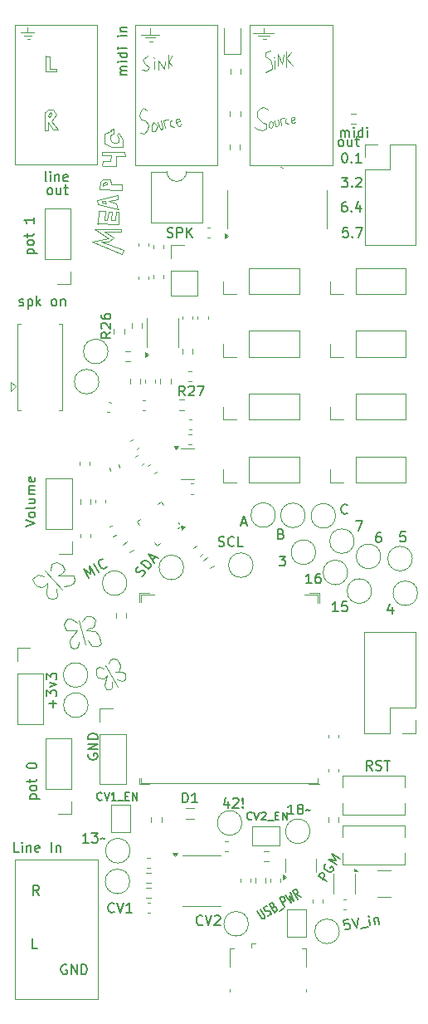
<source format=gbr>
G04 #@! TF.GenerationSoftware,KiCad,Pcbnew,8.0.3*
G04 #@! TF.CreationDate,2025-02-16T14:45:01-05:00*
G04 #@! TF.ProjectId,MEAP_Rev4c,4d454150-5f52-4657-9634-632e6b696361,rev?*
G04 #@! TF.SameCoordinates,Original*
G04 #@! TF.FileFunction,Legend,Top*
G04 #@! TF.FilePolarity,Positive*
%FSLAX46Y46*%
G04 Gerber Fmt 4.6, Leading zero omitted, Abs format (unit mm)*
G04 Created by KiCad (PCBNEW 8.0.3) date 2025-02-16 14:45:01*
%MOMM*%
%LPD*%
G01*
G04 APERTURE LIST*
%ADD10C,0.120000*%
%ADD11C,0.150000*%
G04 APERTURE END LIST*
D10*
X28560000Y-34400000D02*
X28720000Y-34940000D01*
X45960000Y-25670000D02*
X45770000Y-25830000D01*
X44260000Y-25970000D02*
X44070000Y-26240000D01*
X31900000Y-20470000D02*
X31660000Y-20860000D01*
X21740000Y-19420000D02*
X21390000Y-19350000D01*
X26440000Y-77970000D02*
X26790000Y-78420000D01*
X35090000Y-26460000D02*
X35170000Y-26270000D01*
X34050000Y-25980000D02*
X34010000Y-26370000D01*
X21650000Y-25580000D02*
X21810000Y-25490000D01*
X45770000Y-25830000D02*
X45770000Y-26180000D01*
X33650000Y-25840000D02*
X33890000Y-25860000D01*
X27930000Y-27810000D02*
X27930000Y-27530000D01*
X24180000Y-77900000D02*
X24560000Y-77900000D01*
X33420000Y-20620000D02*
X33520000Y-19920000D01*
X44640000Y-19500000D02*
X44650000Y-19440000D01*
X27430000Y-35160000D02*
X27310000Y-36070000D01*
X43760000Y-18940000D02*
X43760000Y-19410000D01*
X28280000Y-27270000D02*
X28310000Y-26740000D01*
X21500000Y-73060000D02*
X21460000Y-74170000D01*
X29100000Y-32460000D02*
X29100000Y-32990000D01*
X24660000Y-79570000D02*
X24700000Y-79120000D01*
X32010000Y-16480000D02*
X32010000Y-17200000D01*
X33400000Y-25900000D02*
X33540000Y-26650000D01*
X31030000Y-17200000D02*
X32920000Y-17200000D01*
X44650000Y-19440000D02*
X44710000Y-19500000D01*
X22460000Y-20900000D02*
X22460000Y-20640000D01*
X21980000Y-74700000D02*
X22440000Y-74630000D01*
X32850000Y-20740000D02*
X32870000Y-19840000D01*
X44690000Y-19850000D02*
X44710000Y-20670000D01*
X33300000Y-26650000D02*
X33130000Y-25940000D01*
X43480000Y-17600000D02*
X43820000Y-17600000D01*
X23860000Y-79570000D02*
X24180000Y-79780000D01*
X21810000Y-25490000D02*
X21920000Y-25230000D01*
X31500000Y-25870000D02*
X31870000Y-26370000D01*
X45060000Y-20280000D02*
X45080000Y-19160000D01*
X28030000Y-28000000D02*
X27930000Y-27810000D01*
X21370000Y-20900000D02*
X22460000Y-20900000D01*
X19930000Y-17290000D02*
X19140000Y-17290000D01*
X32310000Y-19450000D02*
X32460000Y-19530000D01*
X21920000Y-25230000D02*
X21850000Y-25080000D01*
X46360000Y-26020000D02*
X46480000Y-26200000D01*
X27480000Y-83880000D02*
X27930000Y-83880000D01*
X27780000Y-37890000D02*
X26360000Y-36980000D01*
X28590000Y-27430000D02*
X28750000Y-27650000D01*
X43510000Y-26130000D02*
X43850000Y-26240000D01*
X45510000Y-25680000D02*
X45710000Y-25680000D01*
X29360000Y-82980000D02*
X29150000Y-83050000D01*
X28740000Y-82110000D02*
X28420000Y-82110000D01*
X26650000Y-34470000D02*
X26620000Y-34030000D01*
X29070000Y-37260000D02*
X27370000Y-37230000D01*
X20560000Y-72220000D02*
X20280000Y-72360000D01*
X26650000Y-79530000D02*
X26090000Y-79530000D01*
X27750000Y-34120000D02*
X28560000Y-34400000D01*
X42960000Y-25010000D02*
X42920000Y-25570000D01*
X23200000Y-77310000D02*
X23270000Y-77580000D01*
X26360000Y-36980000D02*
X29070000Y-36980000D01*
X45520000Y-30740000D02*
X45300000Y-30670000D01*
X28560000Y-28180000D02*
X28280000Y-28180000D01*
X34850000Y-26460000D02*
X35090000Y-26460000D01*
X28700000Y-83610000D02*
X27410000Y-81410000D01*
X27020000Y-38270000D02*
X29320000Y-39150000D01*
X42820000Y-26790000D02*
X42640000Y-26580000D01*
X22570000Y-26860000D02*
X21920000Y-25990000D01*
X27180000Y-32580000D02*
X27210000Y-32330000D01*
X28470000Y-36070000D02*
X28530000Y-35250000D01*
X23970000Y-76680000D02*
X23620000Y-76750000D01*
X26620000Y-34030000D02*
X28690000Y-33490000D01*
X23270000Y-77580000D02*
X23480000Y-77900000D01*
X28780000Y-34970000D02*
X26650000Y-34470000D01*
X21610000Y-25360000D02*
X21650000Y-25580000D01*
X21610000Y-24770000D02*
X21310000Y-25030000D01*
X21630000Y-26900000D02*
X21630000Y-26100000D01*
X26790000Y-78420000D02*
X26990000Y-79290000D01*
X28500000Y-30600000D02*
X28560000Y-29570000D01*
X19500000Y-16930000D02*
X18760000Y-16930000D01*
X28780000Y-28660000D02*
X29190000Y-28620000D01*
X27930000Y-27530000D02*
X28030000Y-27340000D01*
X27900000Y-31920000D02*
X28000000Y-32460000D01*
X33850000Y-19900000D02*
X34220000Y-20290000D01*
X44470000Y-20350000D02*
X44450000Y-20690000D01*
X34640000Y-26100000D02*
X35020000Y-25980000D01*
X27930000Y-83880000D02*
X28140000Y-83710000D01*
X29100000Y-39520000D02*
X26080000Y-38230000D01*
X20970000Y-73510000D02*
X21290000Y-73340000D01*
X43760000Y-19410000D02*
X44260000Y-19720000D01*
X24180000Y-79780000D02*
X24490000Y-79710000D01*
X27150000Y-31950000D02*
X27530000Y-31920000D01*
X23620000Y-76750000D02*
X23410000Y-76820000D01*
X28780000Y-36480000D02*
X26620000Y-36440000D01*
X22540000Y-74350000D02*
X22470000Y-73650000D01*
X31700000Y-24900000D02*
X31350000Y-24640000D01*
X22470000Y-70940000D02*
X23030000Y-71210000D01*
X28250000Y-80750000D02*
X28600000Y-80860000D01*
X34960000Y-25730000D02*
X34740000Y-25730000D01*
X29410000Y-29100000D02*
X27090000Y-29100000D01*
X29070000Y-36980000D02*
X29070000Y-37260000D01*
X23030000Y-73760000D02*
X21220000Y-71840000D01*
X44690000Y-25880000D02*
X44760000Y-26470000D01*
X27090000Y-29440000D02*
X28030000Y-29440000D01*
X31080000Y-25850000D02*
X31500000Y-25870000D01*
X42920000Y-25570000D02*
X43510000Y-26130000D01*
X28660000Y-33960000D02*
X27750000Y-34120000D01*
X21630000Y-26100000D02*
X22130000Y-26840000D01*
X28420000Y-82110000D02*
X29120000Y-82140000D01*
X24250000Y-72290000D02*
X24310000Y-72820000D01*
X43580000Y-24580000D02*
X43230000Y-24650000D01*
X21280000Y-25080000D02*
X21280000Y-26930000D01*
X25990000Y-76440000D02*
X26440000Y-76780000D01*
X21920000Y-25990000D02*
X22440000Y-25290000D01*
X18760000Y-16930000D02*
X20190000Y-16940000D01*
X22640000Y-72290000D02*
X24250000Y-72290000D01*
X32320000Y-26100000D02*
X32170000Y-26450000D01*
X33420000Y-25890000D02*
X33650000Y-25840000D01*
X26680000Y-36480000D02*
X26770000Y-35160000D01*
X21280000Y-26930000D02*
X21630000Y-26900000D01*
X23760000Y-79010000D02*
X23860000Y-79570000D01*
X27310000Y-27780000D02*
X27370000Y-28310000D01*
X32990000Y-26790000D02*
X33180000Y-26830000D01*
X27560000Y-36070000D02*
X27780000Y-35250000D01*
X31920000Y-17830000D02*
X32220000Y-17830000D01*
X44450000Y-20690000D02*
X43800000Y-20970000D01*
X31350000Y-24640000D02*
X31070000Y-24890000D01*
X34630000Y-26070000D02*
X34690000Y-26270000D01*
X44070000Y-26240000D02*
X44070000Y-26620000D01*
X42530000Y-17010000D02*
X44650000Y-17010000D01*
X24310000Y-72820000D02*
X24110000Y-73130000D01*
X28030000Y-27340000D02*
X28280000Y-27270000D01*
X26540000Y-81800000D02*
X26510000Y-82140000D01*
X21740000Y-20620000D02*
X21740000Y-19420000D01*
X31720000Y-19300000D02*
X31270000Y-19690000D01*
X31870000Y-26370000D02*
X31740000Y-26830000D01*
X28530000Y-35250000D02*
X28780000Y-35250000D01*
X45920000Y-19570000D02*
X46420000Y-18980000D01*
X28940000Y-33020000D02*
X26800000Y-32960000D01*
X27500000Y-34370000D02*
X27060000Y-34280000D01*
X27590000Y-32240000D02*
X27590000Y-32460000D01*
X20000000Y-72680000D02*
X20170000Y-73060000D01*
X23720000Y-73340000D02*
X23200000Y-73410000D01*
X24520000Y-77170000D02*
X23970000Y-76680000D01*
X21370000Y-19330000D02*
X21370000Y-20900000D01*
X31270000Y-19690000D02*
X31530000Y-20120000D01*
X30920000Y-25440000D02*
X31080000Y-25850000D01*
X25460000Y-76470000D02*
X25990000Y-76440000D01*
X28800000Y-81130000D02*
X28980000Y-81410000D01*
X34010000Y-26370000D02*
X34150000Y-26530000D01*
X32470000Y-17430000D02*
X31480000Y-17430000D01*
X26090000Y-79530000D02*
X25640000Y-78910000D01*
X25500000Y-77860000D02*
X26440000Y-77970000D01*
X44520000Y-26440000D02*
X44520000Y-26060000D01*
X20280000Y-72360000D02*
X20000000Y-72680000D01*
X34150000Y-26530000D02*
X34470000Y-26550000D01*
X26440000Y-76780000D02*
X26370000Y-77240000D01*
X31660000Y-20860000D02*
X31160000Y-20780000D01*
X27930000Y-30040000D02*
X27150000Y-30070000D01*
X27810000Y-38230000D02*
X27020000Y-38270000D01*
X23270000Y-71740000D02*
X23030000Y-72080000D01*
X44260000Y-19720000D02*
X44470000Y-20350000D01*
X26680000Y-82740000D02*
X27310000Y-82840000D01*
X29190000Y-28620000D02*
X29250000Y-27870000D01*
X25670000Y-77760000D02*
X25500000Y-77860000D01*
X32870000Y-19840000D02*
X33420000Y-20620000D01*
X26540000Y-82490000D02*
X26680000Y-82740000D01*
X34690000Y-26270000D02*
X34850000Y-26460000D01*
X34240000Y-25870000D02*
X34050000Y-25980000D01*
X35020000Y-25980000D02*
X34960000Y-25730000D01*
X27800000Y-81310000D02*
X27970000Y-80860000D01*
X26370000Y-77240000D02*
X26230000Y-77580000D01*
X34740000Y-25730000D02*
X34640000Y-25880000D01*
X23030000Y-71210000D02*
X23270000Y-71740000D01*
X31440000Y-27270000D02*
X31010000Y-27150000D01*
X28870000Y-82000000D02*
X28740000Y-82110000D01*
X28810000Y-27150000D02*
X28590000Y-27430000D01*
X28560000Y-29570000D02*
X29470000Y-29570000D01*
X31740000Y-26830000D02*
X31440000Y-27270000D01*
X33180000Y-26830000D02*
X33300000Y-26650000D01*
X27780000Y-35250000D02*
X28120000Y-35250000D01*
X46530000Y-20350000D02*
X45920000Y-19570000D01*
X29430000Y-82280000D02*
X29500000Y-82560000D01*
X45490000Y-20110000D02*
X45620000Y-19180000D01*
X28780000Y-35250000D02*
X28780000Y-36480000D01*
X32170000Y-26450000D02*
X32170000Y-26980000D01*
X29100000Y-32990000D02*
X28880000Y-32990000D01*
X23900000Y-78700000D02*
X23760000Y-79010000D01*
X44250000Y-18770000D02*
X43760000Y-18940000D01*
X27060000Y-34150000D02*
X27460000Y-34090000D01*
X46610000Y-26200000D02*
X46790000Y-26060000D01*
X27460000Y-34090000D02*
X27460000Y-34340000D01*
X27590000Y-32460000D02*
X27180000Y-32520000D01*
X28980000Y-81410000D02*
X28870000Y-82000000D01*
X27620000Y-82460000D02*
X27310000Y-83500000D01*
X27370000Y-28310000D02*
X28150000Y-28660000D01*
X27090000Y-29100000D02*
X27090000Y-29440000D01*
X44010000Y-24820000D02*
X43580000Y-24580000D01*
X29120000Y-82140000D02*
X29430000Y-82280000D01*
X33830000Y-19200000D02*
X33870000Y-20550000D01*
X28690000Y-33490000D02*
X28660000Y-33960000D01*
X19500000Y-16400000D02*
X19500000Y-16930000D01*
X27150000Y-30070000D02*
X27120000Y-30480000D01*
X27370000Y-27240000D02*
X27310000Y-27780000D01*
X32730000Y-26500000D02*
X32370000Y-26060000D01*
X28150000Y-28660000D02*
X28780000Y-28660000D01*
X44380000Y-26640000D02*
X44520000Y-26440000D01*
X28030000Y-29440000D02*
X27930000Y-30040000D01*
X27970000Y-80860000D02*
X28250000Y-80750000D01*
X28120000Y-35250000D02*
X28030000Y-36040000D01*
X21460000Y-74170000D02*
X21600000Y-74590000D01*
X27310000Y-82840000D02*
X27620000Y-82460000D01*
X24560000Y-77900000D02*
X23900000Y-78700000D01*
X32170000Y-26980000D02*
X32530000Y-27000000D01*
X21290000Y-73340000D02*
X21500000Y-73060000D01*
X25390000Y-79360000D02*
X24700000Y-76920000D01*
X26510000Y-82140000D02*
X26540000Y-82490000D01*
X27310000Y-83500000D02*
X27480000Y-83880000D01*
X27500000Y-32170000D02*
X27590000Y-32240000D01*
X23480000Y-77900000D02*
X23720000Y-77930000D01*
X27210000Y-30540000D02*
X28500000Y-30600000D01*
X46480000Y-26200000D02*
X46610000Y-26200000D01*
X32010000Y-17200000D02*
X31030000Y-17200000D01*
X44760000Y-26470000D02*
X44990000Y-26470000D01*
X46360000Y-25870000D02*
X46730000Y-25800000D01*
X45290000Y-25760000D02*
X45380000Y-26390000D01*
X44180000Y-17300000D02*
X43040000Y-17300000D01*
X21810000Y-25050000D02*
X21610000Y-25360000D01*
X32780000Y-26050000D02*
X32990000Y-26790000D01*
X28280000Y-28180000D02*
X28030000Y-28000000D01*
X43590000Y-16480000D02*
X43610000Y-17010000D01*
X29500000Y-82560000D02*
X29470000Y-82840000D01*
X26800000Y-32960000D02*
X26900000Y-32140000D01*
X22460000Y-20640000D02*
X21740000Y-20620000D01*
X43230000Y-24650000D02*
X42960000Y-25010000D01*
X32530000Y-27000000D02*
X32730000Y-26500000D01*
X43470000Y-26960000D02*
X42820000Y-26790000D01*
X22110000Y-24840000D02*
X21610000Y-24770000D01*
X29320000Y-39150000D02*
X29130000Y-39550000D01*
X19690000Y-17590000D02*
X19460000Y-17590000D01*
X27270000Y-81830000D02*
X26820000Y-81620000D01*
X28780000Y-28090000D02*
X28560000Y-28180000D01*
X21180000Y-72360000D02*
X20560000Y-72220000D01*
X26900000Y-32140000D02*
X27150000Y-31950000D01*
X27530000Y-31920000D02*
X27900000Y-31920000D01*
X28140000Y-83710000D02*
X28140000Y-83120000D01*
X21880000Y-71810000D02*
X21950000Y-71140000D01*
X28310000Y-26740000D02*
X27930000Y-26960000D01*
X28000000Y-27050000D02*
X27370000Y-27240000D01*
X31530000Y-20120000D02*
X31900000Y-20470000D01*
X46720000Y-25560000D02*
X46440000Y-25560000D01*
X29470000Y-82840000D02*
X29360000Y-82980000D01*
X25080000Y-76960000D02*
X25460000Y-76470000D01*
X28030000Y-36040000D02*
X28470000Y-36070000D01*
X27210000Y-32330000D02*
X27500000Y-32170000D01*
X26770000Y-35160000D02*
X27430000Y-35160000D01*
X20450000Y-73440000D02*
X20970000Y-73510000D01*
X34640000Y-25880000D02*
X34630000Y-26070000D01*
X43610000Y-17010000D02*
X42530000Y-17010000D01*
X32390000Y-19940000D02*
X32390000Y-20660000D01*
X45090000Y-26080000D02*
X45040000Y-25840000D01*
X33910000Y-19920000D02*
X34240000Y-19320000D01*
X21950000Y-71140000D02*
X22470000Y-70940000D01*
X24110000Y-73130000D02*
X23720000Y-73340000D01*
X43850000Y-26240000D02*
X43840000Y-26760000D01*
X45770000Y-26180000D02*
X46110000Y-26250000D01*
X27370000Y-37230000D02*
X28250000Y-37830000D01*
X27310000Y-36070000D02*
X27560000Y-36070000D01*
X45080000Y-19160000D02*
X45490000Y-20110000D01*
X23030000Y-72080000D02*
X22640000Y-72290000D01*
X20170000Y-73060000D02*
X20450000Y-73440000D01*
X46440000Y-25560000D02*
X46390000Y-25690000D01*
X27060000Y-34280000D02*
X27060000Y-34150000D01*
X26820000Y-81620000D02*
X26540000Y-81800000D01*
X44520000Y-26060000D02*
X44300000Y-25960000D01*
X21600000Y-74590000D02*
X21980000Y-74700000D01*
X22440000Y-74630000D02*
X22540000Y-74350000D01*
X26990000Y-79290000D02*
X26650000Y-79530000D01*
X28000000Y-32460000D02*
X29100000Y-32460000D01*
X44990000Y-26470000D02*
X45090000Y-26340000D01*
X24490000Y-79710000D02*
X24660000Y-79570000D01*
X29150000Y-83050000D02*
X28600000Y-82910000D01*
X28250000Y-37830000D02*
X27810000Y-38230000D01*
X46730000Y-25800000D02*
X46720000Y-25560000D01*
X23720000Y-77930000D02*
X24180000Y-77900000D01*
X22440000Y-25290000D02*
X22110000Y-24840000D01*
X44070000Y-26620000D02*
X44380000Y-26640000D01*
X45900000Y-18890000D02*
X45900000Y-20500000D01*
X29250000Y-27870000D02*
X28810000Y-27150000D01*
X29470000Y-29570000D02*
X29410000Y-29100000D01*
X28750000Y-27650000D02*
X28780000Y-28090000D01*
X45300000Y-25740000D02*
X45510000Y-25680000D01*
X22130000Y-26840000D02*
X22570000Y-26860000D01*
X31070000Y-24890000D02*
X30920000Y-25440000D01*
X45090000Y-26340000D02*
X45090000Y-26080000D01*
X23410000Y-76820000D02*
X23200000Y-77310000D01*
X26080000Y-38230000D02*
X27780000Y-37890000D01*
X28600000Y-80860000D02*
X28800000Y-81130000D01*
X43840000Y-26760000D02*
X43470000Y-26960000D01*
X26230000Y-77580000D02*
X25670000Y-77760000D01*
X46390000Y-25690000D02*
X46360000Y-26020000D01*
D11*
X21689636Y-33469819D02*
X21594398Y-33422200D01*
X21594398Y-33422200D02*
X21546779Y-33374580D01*
X21546779Y-33374580D02*
X21499160Y-33279342D01*
X21499160Y-33279342D02*
X21499160Y-32993628D01*
X21499160Y-32993628D02*
X21546779Y-32898390D01*
X21546779Y-32898390D02*
X21594398Y-32850771D01*
X21594398Y-32850771D02*
X21689636Y-32803152D01*
X21689636Y-32803152D02*
X21832493Y-32803152D01*
X21832493Y-32803152D02*
X21927731Y-32850771D01*
X21927731Y-32850771D02*
X21975350Y-32898390D01*
X21975350Y-32898390D02*
X22022969Y-32993628D01*
X22022969Y-32993628D02*
X22022969Y-33279342D01*
X22022969Y-33279342D02*
X21975350Y-33374580D01*
X21975350Y-33374580D02*
X21927731Y-33422200D01*
X21927731Y-33422200D02*
X21832493Y-33469819D01*
X21832493Y-33469819D02*
X21689636Y-33469819D01*
X22880112Y-32803152D02*
X22880112Y-33469819D01*
X22451541Y-32803152D02*
X22451541Y-33326961D01*
X22451541Y-33326961D02*
X22499160Y-33422200D01*
X22499160Y-33422200D02*
X22594398Y-33469819D01*
X22594398Y-33469819D02*
X22737255Y-33469819D01*
X22737255Y-33469819D02*
X22832493Y-33422200D01*
X22832493Y-33422200D02*
X22880112Y-33374580D01*
X23213446Y-32803152D02*
X23594398Y-32803152D01*
X23356303Y-32469819D02*
X23356303Y-33326961D01*
X23356303Y-33326961D02*
X23403922Y-33422200D01*
X23403922Y-33422200D02*
X23499160Y-33469819D01*
X23499160Y-33469819D02*
X23594398Y-33469819D01*
X54668207Y-92169819D02*
X54334874Y-91693628D01*
X54096779Y-92169819D02*
X54096779Y-91169819D01*
X54096779Y-91169819D02*
X54477731Y-91169819D01*
X54477731Y-91169819D02*
X54572969Y-91217438D01*
X54572969Y-91217438D02*
X54620588Y-91265057D01*
X54620588Y-91265057D02*
X54668207Y-91360295D01*
X54668207Y-91360295D02*
X54668207Y-91503152D01*
X54668207Y-91503152D02*
X54620588Y-91598390D01*
X54620588Y-91598390D02*
X54572969Y-91646009D01*
X54572969Y-91646009D02*
X54477731Y-91693628D01*
X54477731Y-91693628D02*
X54096779Y-91693628D01*
X55049160Y-92122200D02*
X55192017Y-92169819D01*
X55192017Y-92169819D02*
X55430112Y-92169819D01*
X55430112Y-92169819D02*
X55525350Y-92122200D01*
X55525350Y-92122200D02*
X55572969Y-92074580D01*
X55572969Y-92074580D02*
X55620588Y-91979342D01*
X55620588Y-91979342D02*
X55620588Y-91884104D01*
X55620588Y-91884104D02*
X55572969Y-91788866D01*
X55572969Y-91788866D02*
X55525350Y-91741247D01*
X55525350Y-91741247D02*
X55430112Y-91693628D01*
X55430112Y-91693628D02*
X55239636Y-91646009D01*
X55239636Y-91646009D02*
X55144398Y-91598390D01*
X55144398Y-91598390D02*
X55096779Y-91550771D01*
X55096779Y-91550771D02*
X55049160Y-91455533D01*
X55049160Y-91455533D02*
X55049160Y-91360295D01*
X55049160Y-91360295D02*
X55096779Y-91265057D01*
X55096779Y-91265057D02*
X55144398Y-91217438D01*
X55144398Y-91217438D02*
X55239636Y-91169819D01*
X55239636Y-91169819D02*
X55477731Y-91169819D01*
X55477731Y-91169819D02*
X55620588Y-91217438D01*
X55906303Y-91169819D02*
X56477731Y-91169819D01*
X56192017Y-92169819D02*
X56192017Y-91169819D01*
X45171541Y-70319819D02*
X45790588Y-70319819D01*
X45790588Y-70319819D02*
X45457255Y-70700771D01*
X45457255Y-70700771D02*
X45600112Y-70700771D01*
X45600112Y-70700771D02*
X45695350Y-70748390D01*
X45695350Y-70748390D02*
X45742969Y-70796009D01*
X45742969Y-70796009D02*
X45790588Y-70891247D01*
X45790588Y-70891247D02*
X45790588Y-71129342D01*
X45790588Y-71129342D02*
X45742969Y-71224580D01*
X45742969Y-71224580D02*
X45695350Y-71272200D01*
X45695350Y-71272200D02*
X45600112Y-71319819D01*
X45600112Y-71319819D02*
X45314398Y-71319819D01*
X45314398Y-71319819D02*
X45219160Y-71272200D01*
X45219160Y-71272200D02*
X45171541Y-71224580D01*
X20648207Y-104889819D02*
X20314874Y-104413628D01*
X20076779Y-104889819D02*
X20076779Y-103889819D01*
X20076779Y-103889819D02*
X20457731Y-103889819D01*
X20457731Y-103889819D02*
X20552969Y-103937438D01*
X20552969Y-103937438D02*
X20600588Y-103985057D01*
X20600588Y-103985057D02*
X20648207Y-104080295D01*
X20648207Y-104080295D02*
X20648207Y-104223152D01*
X20648207Y-104223152D02*
X20600588Y-104318390D01*
X20600588Y-104318390D02*
X20552969Y-104366009D01*
X20552969Y-104366009D02*
X20457731Y-104413628D01*
X20457731Y-104413628D02*
X20076779Y-104413628D01*
X51190588Y-75959819D02*
X50619160Y-75959819D01*
X50904874Y-75959819D02*
X50904874Y-74959819D01*
X50904874Y-74959819D02*
X50809636Y-75102676D01*
X50809636Y-75102676D02*
X50714398Y-75197914D01*
X50714398Y-75197914D02*
X50619160Y-75245533D01*
X52095350Y-74959819D02*
X51619160Y-74959819D01*
X51619160Y-74959819D02*
X51571541Y-75436009D01*
X51571541Y-75436009D02*
X51619160Y-75388390D01*
X51619160Y-75388390D02*
X51714398Y-75340771D01*
X51714398Y-75340771D02*
X51952493Y-75340771D01*
X51952493Y-75340771D02*
X52047731Y-75388390D01*
X52047731Y-75388390D02*
X52095350Y-75436009D01*
X52095350Y-75436009D02*
X52142969Y-75531247D01*
X52142969Y-75531247D02*
X52142969Y-75769342D01*
X52142969Y-75769342D02*
X52095350Y-75864580D01*
X52095350Y-75864580D02*
X52047731Y-75912200D01*
X52047731Y-75912200D02*
X51952493Y-75959819D01*
X51952493Y-75959819D02*
X51714398Y-75959819D01*
X51714398Y-75959819D02*
X51619160Y-75912200D01*
X51619160Y-75912200D02*
X51571541Y-75864580D01*
X45380112Y-68056009D02*
X45522969Y-68103628D01*
X45522969Y-68103628D02*
X45570588Y-68151247D01*
X45570588Y-68151247D02*
X45618207Y-68246485D01*
X45618207Y-68246485D02*
X45618207Y-68389342D01*
X45618207Y-68389342D02*
X45570588Y-68484580D01*
X45570588Y-68484580D02*
X45522969Y-68532200D01*
X45522969Y-68532200D02*
X45427731Y-68579819D01*
X45427731Y-68579819D02*
X45046779Y-68579819D01*
X45046779Y-68579819D02*
X45046779Y-67579819D01*
X45046779Y-67579819D02*
X45380112Y-67579819D01*
X45380112Y-67579819D02*
X45475350Y-67627438D01*
X45475350Y-67627438D02*
X45522969Y-67675057D01*
X45522969Y-67675057D02*
X45570588Y-67770295D01*
X45570588Y-67770295D02*
X45570588Y-67865533D01*
X45570588Y-67865533D02*
X45522969Y-67960771D01*
X45522969Y-67960771D02*
X45475350Y-68008390D01*
X45475350Y-68008390D02*
X45380112Y-68056009D01*
X45380112Y-68056009D02*
X45046779Y-68056009D01*
X27076303Y-95138104D02*
X27038207Y-95176200D01*
X27038207Y-95176200D02*
X26923922Y-95214295D01*
X26923922Y-95214295D02*
X26847731Y-95214295D01*
X26847731Y-95214295D02*
X26733445Y-95176200D01*
X26733445Y-95176200D02*
X26657255Y-95100009D01*
X26657255Y-95100009D02*
X26619160Y-95023819D01*
X26619160Y-95023819D02*
X26581064Y-94871438D01*
X26581064Y-94871438D02*
X26581064Y-94757152D01*
X26581064Y-94757152D02*
X26619160Y-94604771D01*
X26619160Y-94604771D02*
X26657255Y-94528580D01*
X26657255Y-94528580D02*
X26733445Y-94452390D01*
X26733445Y-94452390D02*
X26847731Y-94414295D01*
X26847731Y-94414295D02*
X26923922Y-94414295D01*
X26923922Y-94414295D02*
X27038207Y-94452390D01*
X27038207Y-94452390D02*
X27076303Y-94490485D01*
X27304874Y-94414295D02*
X27571541Y-95214295D01*
X27571541Y-95214295D02*
X27838207Y-94414295D01*
X28523921Y-95214295D02*
X28066778Y-95214295D01*
X28295350Y-95214295D02*
X28295350Y-94414295D01*
X28295350Y-94414295D02*
X28219159Y-94528580D01*
X28219159Y-94528580D02*
X28142969Y-94604771D01*
X28142969Y-94604771D02*
X28066778Y-94642866D01*
X28676303Y-95290485D02*
X29285826Y-95290485D01*
X29476303Y-94795247D02*
X29742969Y-94795247D01*
X29857255Y-95214295D02*
X29476303Y-95214295D01*
X29476303Y-95214295D02*
X29476303Y-94414295D01*
X29476303Y-94414295D02*
X29857255Y-94414295D01*
X30200113Y-95214295D02*
X30200113Y-94414295D01*
X30200113Y-94414295D02*
X30657256Y-95214295D01*
X30657256Y-95214295D02*
X30657256Y-94414295D01*
X19743152Y-95083220D02*
X20743152Y-95083220D01*
X19790771Y-95083220D02*
X19743152Y-94987982D01*
X19743152Y-94987982D02*
X19743152Y-94797506D01*
X19743152Y-94797506D02*
X19790771Y-94702268D01*
X19790771Y-94702268D02*
X19838390Y-94654649D01*
X19838390Y-94654649D02*
X19933628Y-94607030D01*
X19933628Y-94607030D02*
X20219342Y-94607030D01*
X20219342Y-94607030D02*
X20314580Y-94654649D01*
X20314580Y-94654649D02*
X20362200Y-94702268D01*
X20362200Y-94702268D02*
X20409819Y-94797506D01*
X20409819Y-94797506D02*
X20409819Y-94987982D01*
X20409819Y-94987982D02*
X20362200Y-95083220D01*
X20409819Y-94035601D02*
X20362200Y-94130839D01*
X20362200Y-94130839D02*
X20314580Y-94178458D01*
X20314580Y-94178458D02*
X20219342Y-94226077D01*
X20219342Y-94226077D02*
X19933628Y-94226077D01*
X19933628Y-94226077D02*
X19838390Y-94178458D01*
X19838390Y-94178458D02*
X19790771Y-94130839D01*
X19790771Y-94130839D02*
X19743152Y-94035601D01*
X19743152Y-94035601D02*
X19743152Y-93892744D01*
X19743152Y-93892744D02*
X19790771Y-93797506D01*
X19790771Y-93797506D02*
X19838390Y-93749887D01*
X19838390Y-93749887D02*
X19933628Y-93702268D01*
X19933628Y-93702268D02*
X20219342Y-93702268D01*
X20219342Y-93702268D02*
X20314580Y-93749887D01*
X20314580Y-93749887D02*
X20362200Y-93797506D01*
X20362200Y-93797506D02*
X20409819Y-93892744D01*
X20409819Y-93892744D02*
X20409819Y-94035601D01*
X19743152Y-93416553D02*
X19743152Y-93035601D01*
X19409819Y-93273696D02*
X20266961Y-93273696D01*
X20266961Y-93273696D02*
X20362200Y-93226077D01*
X20362200Y-93226077D02*
X20409819Y-93130839D01*
X20409819Y-93130839D02*
X20409819Y-93035601D01*
X19409819Y-91749886D02*
X19409819Y-91654648D01*
X19409819Y-91654648D02*
X19457438Y-91559410D01*
X19457438Y-91559410D02*
X19505057Y-91511791D01*
X19505057Y-91511791D02*
X19600295Y-91464172D01*
X19600295Y-91464172D02*
X19790771Y-91416553D01*
X19790771Y-91416553D02*
X20028866Y-91416553D01*
X20028866Y-91416553D02*
X20219342Y-91464172D01*
X20219342Y-91464172D02*
X20314580Y-91511791D01*
X20314580Y-91511791D02*
X20362200Y-91559410D01*
X20362200Y-91559410D02*
X20409819Y-91654648D01*
X20409819Y-91654648D02*
X20409819Y-91749886D01*
X20409819Y-91749886D02*
X20362200Y-91845124D01*
X20362200Y-91845124D02*
X20314580Y-91892743D01*
X20314580Y-91892743D02*
X20219342Y-91940362D01*
X20219342Y-91940362D02*
X20028866Y-91987981D01*
X20028866Y-91987981D02*
X19790771Y-91987981D01*
X19790771Y-91987981D02*
X19600295Y-91940362D01*
X19600295Y-91940362D02*
X19505057Y-91892743D01*
X19505057Y-91892743D02*
X19457438Y-91845124D01*
X19457438Y-91845124D02*
X19409819Y-91749886D01*
X21439636Y-32109819D02*
X21344398Y-32062200D01*
X21344398Y-32062200D02*
X21296779Y-31966961D01*
X21296779Y-31966961D02*
X21296779Y-31109819D01*
X21820589Y-32109819D02*
X21820589Y-31443152D01*
X21820589Y-31109819D02*
X21772970Y-31157438D01*
X21772970Y-31157438D02*
X21820589Y-31205057D01*
X21820589Y-31205057D02*
X21868208Y-31157438D01*
X21868208Y-31157438D02*
X21820589Y-31109819D01*
X21820589Y-31109819D02*
X21820589Y-31205057D01*
X22296779Y-31443152D02*
X22296779Y-32109819D01*
X22296779Y-31538390D02*
X22344398Y-31490771D01*
X22344398Y-31490771D02*
X22439636Y-31443152D01*
X22439636Y-31443152D02*
X22582493Y-31443152D01*
X22582493Y-31443152D02*
X22677731Y-31490771D01*
X22677731Y-31490771D02*
X22725350Y-31586009D01*
X22725350Y-31586009D02*
X22725350Y-32109819D01*
X23582493Y-32062200D02*
X23487255Y-32109819D01*
X23487255Y-32109819D02*
X23296779Y-32109819D01*
X23296779Y-32109819D02*
X23201541Y-32062200D01*
X23201541Y-32062200D02*
X23153922Y-31966961D01*
X23153922Y-31966961D02*
X23153922Y-31586009D01*
X23153922Y-31586009D02*
X23201541Y-31490771D01*
X23201541Y-31490771D02*
X23296779Y-31443152D01*
X23296779Y-31443152D02*
X23487255Y-31443152D01*
X23487255Y-31443152D02*
X23582493Y-31490771D01*
X23582493Y-31490771D02*
X23630112Y-31586009D01*
X23630112Y-31586009D02*
X23630112Y-31681247D01*
X23630112Y-31681247D02*
X23153922Y-31776485D01*
X22078866Y-85763220D02*
X22078866Y-85001316D01*
X22459819Y-85382268D02*
X21697914Y-85382268D01*
X21459819Y-84620363D02*
X21459819Y-84001316D01*
X21459819Y-84001316D02*
X21840771Y-84334649D01*
X21840771Y-84334649D02*
X21840771Y-84191792D01*
X21840771Y-84191792D02*
X21888390Y-84096554D01*
X21888390Y-84096554D02*
X21936009Y-84048935D01*
X21936009Y-84048935D02*
X22031247Y-84001316D01*
X22031247Y-84001316D02*
X22269342Y-84001316D01*
X22269342Y-84001316D02*
X22364580Y-84048935D01*
X22364580Y-84048935D02*
X22412200Y-84096554D01*
X22412200Y-84096554D02*
X22459819Y-84191792D01*
X22459819Y-84191792D02*
X22459819Y-84477506D01*
X22459819Y-84477506D02*
X22412200Y-84572744D01*
X22412200Y-84572744D02*
X22364580Y-84620363D01*
X21793152Y-83667982D02*
X22459819Y-83429887D01*
X22459819Y-83429887D02*
X21793152Y-83191792D01*
X21459819Y-82906077D02*
X21459819Y-82287030D01*
X21459819Y-82287030D02*
X21840771Y-82620363D01*
X21840771Y-82620363D02*
X21840771Y-82477506D01*
X21840771Y-82477506D02*
X21888390Y-82382268D01*
X21888390Y-82382268D02*
X21936009Y-82334649D01*
X21936009Y-82334649D02*
X22031247Y-82287030D01*
X22031247Y-82287030D02*
X22269342Y-82287030D01*
X22269342Y-82287030D02*
X22364580Y-82334649D01*
X22364580Y-82334649D02*
X22412200Y-82382268D01*
X22412200Y-82382268D02*
X22459819Y-82477506D01*
X22459819Y-82477506D02*
X22459819Y-82763220D01*
X22459819Y-82763220D02*
X22412200Y-82858458D01*
X22412200Y-82858458D02*
X22364580Y-82906077D01*
X51541541Y-31719819D02*
X52160588Y-31719819D01*
X52160588Y-31719819D02*
X51827255Y-32100771D01*
X51827255Y-32100771D02*
X51970112Y-32100771D01*
X51970112Y-32100771D02*
X52065350Y-32148390D01*
X52065350Y-32148390D02*
X52112969Y-32196009D01*
X52112969Y-32196009D02*
X52160588Y-32291247D01*
X52160588Y-32291247D02*
X52160588Y-32529342D01*
X52160588Y-32529342D02*
X52112969Y-32624580D01*
X52112969Y-32624580D02*
X52065350Y-32672200D01*
X52065350Y-32672200D02*
X51970112Y-32719819D01*
X51970112Y-32719819D02*
X51684398Y-32719819D01*
X51684398Y-32719819D02*
X51589160Y-32672200D01*
X51589160Y-32672200D02*
X51541541Y-32624580D01*
X52589160Y-32624580D02*
X52636779Y-32672200D01*
X52636779Y-32672200D02*
X52589160Y-32719819D01*
X52589160Y-32719819D02*
X52541541Y-32672200D01*
X52541541Y-32672200D02*
X52589160Y-32624580D01*
X52589160Y-32624580D02*
X52589160Y-32719819D01*
X53017731Y-31815057D02*
X53065350Y-31767438D01*
X53065350Y-31767438D02*
X53160588Y-31719819D01*
X53160588Y-31719819D02*
X53398683Y-31719819D01*
X53398683Y-31719819D02*
X53493921Y-31767438D01*
X53493921Y-31767438D02*
X53541540Y-31815057D01*
X53541540Y-31815057D02*
X53589159Y-31910295D01*
X53589159Y-31910295D02*
X53589159Y-32005533D01*
X53589159Y-32005533D02*
X53541540Y-32148390D01*
X53541540Y-32148390D02*
X52970112Y-32719819D01*
X52970112Y-32719819D02*
X53589159Y-32719819D01*
X18659160Y-44752200D02*
X18754398Y-44799819D01*
X18754398Y-44799819D02*
X18944874Y-44799819D01*
X18944874Y-44799819D02*
X19040112Y-44752200D01*
X19040112Y-44752200D02*
X19087731Y-44656961D01*
X19087731Y-44656961D02*
X19087731Y-44609342D01*
X19087731Y-44609342D02*
X19040112Y-44514104D01*
X19040112Y-44514104D02*
X18944874Y-44466485D01*
X18944874Y-44466485D02*
X18802017Y-44466485D01*
X18802017Y-44466485D02*
X18706779Y-44418866D01*
X18706779Y-44418866D02*
X18659160Y-44323628D01*
X18659160Y-44323628D02*
X18659160Y-44276009D01*
X18659160Y-44276009D02*
X18706779Y-44180771D01*
X18706779Y-44180771D02*
X18802017Y-44133152D01*
X18802017Y-44133152D02*
X18944874Y-44133152D01*
X18944874Y-44133152D02*
X19040112Y-44180771D01*
X19516303Y-44133152D02*
X19516303Y-45133152D01*
X19516303Y-44180771D02*
X19611541Y-44133152D01*
X19611541Y-44133152D02*
X19802017Y-44133152D01*
X19802017Y-44133152D02*
X19897255Y-44180771D01*
X19897255Y-44180771D02*
X19944874Y-44228390D01*
X19944874Y-44228390D02*
X19992493Y-44323628D01*
X19992493Y-44323628D02*
X19992493Y-44609342D01*
X19992493Y-44609342D02*
X19944874Y-44704580D01*
X19944874Y-44704580D02*
X19897255Y-44752200D01*
X19897255Y-44752200D02*
X19802017Y-44799819D01*
X19802017Y-44799819D02*
X19611541Y-44799819D01*
X19611541Y-44799819D02*
X19516303Y-44752200D01*
X20421065Y-44799819D02*
X20421065Y-43799819D01*
X20516303Y-44418866D02*
X20802017Y-44799819D01*
X20802017Y-44133152D02*
X20421065Y-44514104D01*
X22135351Y-44799819D02*
X22040113Y-44752200D01*
X22040113Y-44752200D02*
X21992494Y-44704580D01*
X21992494Y-44704580D02*
X21944875Y-44609342D01*
X21944875Y-44609342D02*
X21944875Y-44323628D01*
X21944875Y-44323628D02*
X21992494Y-44228390D01*
X21992494Y-44228390D02*
X22040113Y-44180771D01*
X22040113Y-44180771D02*
X22135351Y-44133152D01*
X22135351Y-44133152D02*
X22278208Y-44133152D01*
X22278208Y-44133152D02*
X22373446Y-44180771D01*
X22373446Y-44180771D02*
X22421065Y-44228390D01*
X22421065Y-44228390D02*
X22468684Y-44323628D01*
X22468684Y-44323628D02*
X22468684Y-44609342D01*
X22468684Y-44609342D02*
X22421065Y-44704580D01*
X22421065Y-44704580D02*
X22373446Y-44752200D01*
X22373446Y-44752200D02*
X22278208Y-44799819D01*
X22278208Y-44799819D02*
X22135351Y-44799819D01*
X22897256Y-44133152D02*
X22897256Y-44799819D01*
X22897256Y-44228390D02*
X22944875Y-44180771D01*
X22944875Y-44180771D02*
X23040113Y-44133152D01*
X23040113Y-44133152D02*
X23182970Y-44133152D01*
X23182970Y-44133152D02*
X23278208Y-44180771D01*
X23278208Y-44180771D02*
X23325827Y-44276009D01*
X23325827Y-44276009D02*
X23325827Y-44799819D01*
X38989160Y-69292200D02*
X39132017Y-69339819D01*
X39132017Y-69339819D02*
X39370112Y-69339819D01*
X39370112Y-69339819D02*
X39465350Y-69292200D01*
X39465350Y-69292200D02*
X39512969Y-69244580D01*
X39512969Y-69244580D02*
X39560588Y-69149342D01*
X39560588Y-69149342D02*
X39560588Y-69054104D01*
X39560588Y-69054104D02*
X39512969Y-68958866D01*
X39512969Y-68958866D02*
X39465350Y-68911247D01*
X39465350Y-68911247D02*
X39370112Y-68863628D01*
X39370112Y-68863628D02*
X39179636Y-68816009D01*
X39179636Y-68816009D02*
X39084398Y-68768390D01*
X39084398Y-68768390D02*
X39036779Y-68720771D01*
X39036779Y-68720771D02*
X38989160Y-68625533D01*
X38989160Y-68625533D02*
X38989160Y-68530295D01*
X38989160Y-68530295D02*
X39036779Y-68435057D01*
X39036779Y-68435057D02*
X39084398Y-68387438D01*
X39084398Y-68387438D02*
X39179636Y-68339819D01*
X39179636Y-68339819D02*
X39417731Y-68339819D01*
X39417731Y-68339819D02*
X39560588Y-68387438D01*
X40560588Y-69244580D02*
X40512969Y-69292200D01*
X40512969Y-69292200D02*
X40370112Y-69339819D01*
X40370112Y-69339819D02*
X40274874Y-69339819D01*
X40274874Y-69339819D02*
X40132017Y-69292200D01*
X40132017Y-69292200D02*
X40036779Y-69196961D01*
X40036779Y-69196961D02*
X39989160Y-69101723D01*
X39989160Y-69101723D02*
X39941541Y-68911247D01*
X39941541Y-68911247D02*
X39941541Y-68768390D01*
X39941541Y-68768390D02*
X39989160Y-68577914D01*
X39989160Y-68577914D02*
X40036779Y-68482676D01*
X40036779Y-68482676D02*
X40132017Y-68387438D01*
X40132017Y-68387438D02*
X40274874Y-68339819D01*
X40274874Y-68339819D02*
X40370112Y-68339819D01*
X40370112Y-68339819D02*
X40512969Y-68387438D01*
X40512969Y-68387438D02*
X40560588Y-68435057D01*
X41465350Y-69339819D02*
X40989160Y-69339819D01*
X40989160Y-69339819D02*
X40989160Y-68339819D01*
X31169665Y-72404202D02*
X31297970Y-72325376D01*
X31297970Y-72325376D02*
X31451015Y-72142985D01*
X31451015Y-72142985D02*
X31475755Y-72039419D01*
X31475755Y-72039419D02*
X31469885Y-71972332D01*
X31469885Y-71972332D02*
X31427538Y-71874636D01*
X31427538Y-71874636D02*
X31354581Y-71813418D01*
X31354581Y-71813418D02*
X31251016Y-71788678D01*
X31251016Y-71788678D02*
X31183928Y-71794548D01*
X31183928Y-71794548D02*
X31086232Y-71836895D01*
X31086232Y-71836895D02*
X30927318Y-71952200D01*
X30927318Y-71952200D02*
X30829622Y-71994547D01*
X30829622Y-71994547D02*
X30762535Y-72000417D01*
X30762535Y-72000417D02*
X30658969Y-71975677D01*
X30658969Y-71975677D02*
X30586012Y-71914459D01*
X30586012Y-71914459D02*
X30543665Y-71816763D01*
X30543665Y-71816763D02*
X30537795Y-71749676D01*
X30537795Y-71749676D02*
X30562535Y-71646110D01*
X30562535Y-71646110D02*
X30715580Y-71463719D01*
X30715580Y-71463719D02*
X30843885Y-71384893D01*
X31848931Y-71668767D02*
X31082887Y-71025979D01*
X31082887Y-71025979D02*
X31235932Y-70843588D01*
X31235932Y-70843588D02*
X31364237Y-70764762D01*
X31364237Y-70764762D02*
X31498411Y-70753023D01*
X31498411Y-70753023D02*
X31601977Y-70777762D01*
X31601977Y-70777762D02*
X31778499Y-70863720D01*
X31778499Y-70863720D02*
X31887934Y-70955547D01*
X31887934Y-70955547D02*
X32003238Y-71114461D01*
X32003238Y-71114461D02*
X32045586Y-71212157D01*
X32045586Y-71212157D02*
X32057324Y-71346331D01*
X32057324Y-71346331D02*
X32001976Y-71486375D01*
X32001976Y-71486375D02*
X31848931Y-71668767D01*
X32242240Y-70755547D02*
X32548330Y-70390764D01*
X32399892Y-71012157D02*
X31848110Y-70114021D01*
X31848110Y-70114021D02*
X32828417Y-70501461D01*
X18602969Y-100489819D02*
X18126779Y-100489819D01*
X18126779Y-100489819D02*
X18126779Y-99489819D01*
X18936303Y-100489819D02*
X18936303Y-99823152D01*
X18936303Y-99489819D02*
X18888684Y-99537438D01*
X18888684Y-99537438D02*
X18936303Y-99585057D01*
X18936303Y-99585057D02*
X18983922Y-99537438D01*
X18983922Y-99537438D02*
X18936303Y-99489819D01*
X18936303Y-99489819D02*
X18936303Y-99585057D01*
X19412493Y-99823152D02*
X19412493Y-100489819D01*
X19412493Y-99918390D02*
X19460112Y-99870771D01*
X19460112Y-99870771D02*
X19555350Y-99823152D01*
X19555350Y-99823152D02*
X19698207Y-99823152D01*
X19698207Y-99823152D02*
X19793445Y-99870771D01*
X19793445Y-99870771D02*
X19841064Y-99966009D01*
X19841064Y-99966009D02*
X19841064Y-100489819D01*
X20698207Y-100442200D02*
X20602969Y-100489819D01*
X20602969Y-100489819D02*
X20412493Y-100489819D01*
X20412493Y-100489819D02*
X20317255Y-100442200D01*
X20317255Y-100442200D02*
X20269636Y-100346961D01*
X20269636Y-100346961D02*
X20269636Y-99966009D01*
X20269636Y-99966009D02*
X20317255Y-99870771D01*
X20317255Y-99870771D02*
X20412493Y-99823152D01*
X20412493Y-99823152D02*
X20602969Y-99823152D01*
X20602969Y-99823152D02*
X20698207Y-99870771D01*
X20698207Y-99870771D02*
X20745826Y-99966009D01*
X20745826Y-99966009D02*
X20745826Y-100061247D01*
X20745826Y-100061247D02*
X20269636Y-100156485D01*
X21936303Y-100489819D02*
X21936303Y-99489819D01*
X22412493Y-99823152D02*
X22412493Y-100489819D01*
X22412493Y-99918390D02*
X22460112Y-99870771D01*
X22460112Y-99870771D02*
X22555350Y-99823152D01*
X22555350Y-99823152D02*
X22698207Y-99823152D01*
X22698207Y-99823152D02*
X22793445Y-99870771D01*
X22793445Y-99870771D02*
X22841064Y-99966009D01*
X22841064Y-99966009D02*
X22841064Y-100489819D01*
X48480588Y-73099819D02*
X47909160Y-73099819D01*
X48194874Y-73099819D02*
X48194874Y-72099819D01*
X48194874Y-72099819D02*
X48099636Y-72242676D01*
X48099636Y-72242676D02*
X48004398Y-72337914D01*
X48004398Y-72337914D02*
X47909160Y-72385533D01*
X49337731Y-72099819D02*
X49147255Y-72099819D01*
X49147255Y-72099819D02*
X49052017Y-72147438D01*
X49052017Y-72147438D02*
X49004398Y-72195057D01*
X49004398Y-72195057D02*
X48909160Y-72337914D01*
X48909160Y-72337914D02*
X48861541Y-72528390D01*
X48861541Y-72528390D02*
X48861541Y-72909342D01*
X48861541Y-72909342D02*
X48909160Y-73004580D01*
X48909160Y-73004580D02*
X48956779Y-73052200D01*
X48956779Y-73052200D02*
X49052017Y-73099819D01*
X49052017Y-73099819D02*
X49242493Y-73099819D01*
X49242493Y-73099819D02*
X49337731Y-73052200D01*
X49337731Y-73052200D02*
X49385350Y-73004580D01*
X49385350Y-73004580D02*
X49432969Y-72909342D01*
X49432969Y-72909342D02*
X49432969Y-72671247D01*
X49432969Y-72671247D02*
X49385350Y-72576009D01*
X49385350Y-72576009D02*
X49337731Y-72528390D01*
X49337731Y-72528390D02*
X49242493Y-72480771D01*
X49242493Y-72480771D02*
X49052017Y-72480771D01*
X49052017Y-72480771D02*
X48956779Y-72528390D01*
X48956779Y-72528390D02*
X48909160Y-72576009D01*
X48909160Y-72576009D02*
X48861541Y-72671247D01*
X25700588Y-99539819D02*
X25129160Y-99539819D01*
X25414874Y-99539819D02*
X25414874Y-98539819D01*
X25414874Y-98539819D02*
X25319636Y-98682676D01*
X25319636Y-98682676D02*
X25224398Y-98777914D01*
X25224398Y-98777914D02*
X25129160Y-98825533D01*
X26033922Y-98539819D02*
X26652969Y-98539819D01*
X26652969Y-98539819D02*
X26319636Y-98920771D01*
X26319636Y-98920771D02*
X26462493Y-98920771D01*
X26462493Y-98920771D02*
X26557731Y-98968390D01*
X26557731Y-98968390D02*
X26605350Y-99016009D01*
X26605350Y-99016009D02*
X26652969Y-99111247D01*
X26652969Y-99111247D02*
X26652969Y-99349342D01*
X26652969Y-99349342D02*
X26605350Y-99444580D01*
X26605350Y-99444580D02*
X26557731Y-99492200D01*
X26557731Y-99492200D02*
X26462493Y-99539819D01*
X26462493Y-99539819D02*
X26176779Y-99539819D01*
X26176779Y-99539819D02*
X26081541Y-99492200D01*
X26081541Y-99492200D02*
X26033922Y-99444580D01*
X26938684Y-99158866D02*
X26986303Y-99111247D01*
X26986303Y-99111247D02*
X27081541Y-99063628D01*
X27081541Y-99063628D02*
X27272017Y-99158866D01*
X27272017Y-99158866D02*
X27367255Y-99111247D01*
X27367255Y-99111247D02*
X27414874Y-99063628D01*
X19269819Y-67336077D02*
X20269819Y-67002744D01*
X20269819Y-67002744D02*
X19269819Y-66669411D01*
X20269819Y-66193220D02*
X20222200Y-66288458D01*
X20222200Y-66288458D02*
X20174580Y-66336077D01*
X20174580Y-66336077D02*
X20079342Y-66383696D01*
X20079342Y-66383696D02*
X19793628Y-66383696D01*
X19793628Y-66383696D02*
X19698390Y-66336077D01*
X19698390Y-66336077D02*
X19650771Y-66288458D01*
X19650771Y-66288458D02*
X19603152Y-66193220D01*
X19603152Y-66193220D02*
X19603152Y-66050363D01*
X19603152Y-66050363D02*
X19650771Y-65955125D01*
X19650771Y-65955125D02*
X19698390Y-65907506D01*
X19698390Y-65907506D02*
X19793628Y-65859887D01*
X19793628Y-65859887D02*
X20079342Y-65859887D01*
X20079342Y-65859887D02*
X20174580Y-65907506D01*
X20174580Y-65907506D02*
X20222200Y-65955125D01*
X20222200Y-65955125D02*
X20269819Y-66050363D01*
X20269819Y-66050363D02*
X20269819Y-66193220D01*
X20269819Y-65288458D02*
X20222200Y-65383696D01*
X20222200Y-65383696D02*
X20126961Y-65431315D01*
X20126961Y-65431315D02*
X19269819Y-65431315D01*
X19603152Y-64478934D02*
X20269819Y-64478934D01*
X19603152Y-64907505D02*
X20126961Y-64907505D01*
X20126961Y-64907505D02*
X20222200Y-64859886D01*
X20222200Y-64859886D02*
X20269819Y-64764648D01*
X20269819Y-64764648D02*
X20269819Y-64621791D01*
X20269819Y-64621791D02*
X20222200Y-64526553D01*
X20222200Y-64526553D02*
X20174580Y-64478934D01*
X20269819Y-64002743D02*
X19603152Y-64002743D01*
X19698390Y-64002743D02*
X19650771Y-63955124D01*
X19650771Y-63955124D02*
X19603152Y-63859886D01*
X19603152Y-63859886D02*
X19603152Y-63717029D01*
X19603152Y-63717029D02*
X19650771Y-63621791D01*
X19650771Y-63621791D02*
X19746009Y-63574172D01*
X19746009Y-63574172D02*
X20269819Y-63574172D01*
X19746009Y-63574172D02*
X19650771Y-63526553D01*
X19650771Y-63526553D02*
X19603152Y-63431315D01*
X19603152Y-63431315D02*
X19603152Y-63288458D01*
X19603152Y-63288458D02*
X19650771Y-63193219D01*
X19650771Y-63193219D02*
X19746009Y-63145600D01*
X19746009Y-63145600D02*
X20269819Y-63145600D01*
X20222200Y-62288458D02*
X20269819Y-62383696D01*
X20269819Y-62383696D02*
X20269819Y-62574172D01*
X20269819Y-62574172D02*
X20222200Y-62669410D01*
X20222200Y-62669410D02*
X20126961Y-62717029D01*
X20126961Y-62717029D02*
X19746009Y-62717029D01*
X19746009Y-62717029D02*
X19650771Y-62669410D01*
X19650771Y-62669410D02*
X19603152Y-62574172D01*
X19603152Y-62574172D02*
X19603152Y-62383696D01*
X19603152Y-62383696D02*
X19650771Y-62288458D01*
X19650771Y-62288458D02*
X19746009Y-62240839D01*
X19746009Y-62240839D02*
X19841247Y-62240839D01*
X19841247Y-62240839D02*
X19936485Y-62717029D01*
X41349160Y-66964104D02*
X41825350Y-66964104D01*
X41253922Y-67249819D02*
X41587255Y-66249819D01*
X41587255Y-66249819D02*
X41920588Y-67249819D01*
X58042969Y-67859819D02*
X57566779Y-67859819D01*
X57566779Y-67859819D02*
X57519160Y-68336009D01*
X57519160Y-68336009D02*
X57566779Y-68288390D01*
X57566779Y-68288390D02*
X57662017Y-68240771D01*
X57662017Y-68240771D02*
X57900112Y-68240771D01*
X57900112Y-68240771D02*
X57995350Y-68288390D01*
X57995350Y-68288390D02*
X58042969Y-68336009D01*
X58042969Y-68336009D02*
X58090588Y-68431247D01*
X58090588Y-68431247D02*
X58090588Y-68669342D01*
X58090588Y-68669342D02*
X58042969Y-68764580D01*
X58042969Y-68764580D02*
X57995350Y-68812200D01*
X57995350Y-68812200D02*
X57900112Y-68859819D01*
X57900112Y-68859819D02*
X57662017Y-68859819D01*
X57662017Y-68859819D02*
X57566779Y-68812200D01*
X57566779Y-68812200D02*
X57519160Y-68764580D01*
X46660588Y-96639819D02*
X46089160Y-96639819D01*
X46374874Y-96639819D02*
X46374874Y-95639819D01*
X46374874Y-95639819D02*
X46279636Y-95782676D01*
X46279636Y-95782676D02*
X46184398Y-95877914D01*
X46184398Y-95877914D02*
X46089160Y-95925533D01*
X47232017Y-96068390D02*
X47136779Y-96020771D01*
X47136779Y-96020771D02*
X47089160Y-95973152D01*
X47089160Y-95973152D02*
X47041541Y-95877914D01*
X47041541Y-95877914D02*
X47041541Y-95830295D01*
X47041541Y-95830295D02*
X47089160Y-95735057D01*
X47089160Y-95735057D02*
X47136779Y-95687438D01*
X47136779Y-95687438D02*
X47232017Y-95639819D01*
X47232017Y-95639819D02*
X47422493Y-95639819D01*
X47422493Y-95639819D02*
X47517731Y-95687438D01*
X47517731Y-95687438D02*
X47565350Y-95735057D01*
X47565350Y-95735057D02*
X47612969Y-95830295D01*
X47612969Y-95830295D02*
X47612969Y-95877914D01*
X47612969Y-95877914D02*
X47565350Y-95973152D01*
X47565350Y-95973152D02*
X47517731Y-96020771D01*
X47517731Y-96020771D02*
X47422493Y-96068390D01*
X47422493Y-96068390D02*
X47232017Y-96068390D01*
X47232017Y-96068390D02*
X47136779Y-96116009D01*
X47136779Y-96116009D02*
X47089160Y-96163628D01*
X47089160Y-96163628D02*
X47041541Y-96258866D01*
X47041541Y-96258866D02*
X47041541Y-96449342D01*
X47041541Y-96449342D02*
X47089160Y-96544580D01*
X47089160Y-96544580D02*
X47136779Y-96592200D01*
X47136779Y-96592200D02*
X47232017Y-96639819D01*
X47232017Y-96639819D02*
X47422493Y-96639819D01*
X47422493Y-96639819D02*
X47517731Y-96592200D01*
X47517731Y-96592200D02*
X47565350Y-96544580D01*
X47565350Y-96544580D02*
X47612969Y-96449342D01*
X47612969Y-96449342D02*
X47612969Y-96258866D01*
X47612969Y-96258866D02*
X47565350Y-96163628D01*
X47565350Y-96163628D02*
X47517731Y-96116009D01*
X47517731Y-96116009D02*
X47422493Y-96068390D01*
X47898684Y-96258866D02*
X47946303Y-96211247D01*
X47946303Y-96211247D02*
X48041541Y-96163628D01*
X48041541Y-96163628D02*
X48232017Y-96258866D01*
X48232017Y-96258866D02*
X48327255Y-96211247D01*
X48327255Y-96211247D02*
X48374874Y-96163628D01*
X25707438Y-90509411D02*
X25659819Y-90604649D01*
X25659819Y-90604649D02*
X25659819Y-90747506D01*
X25659819Y-90747506D02*
X25707438Y-90890363D01*
X25707438Y-90890363D02*
X25802676Y-90985601D01*
X25802676Y-90985601D02*
X25897914Y-91033220D01*
X25897914Y-91033220D02*
X26088390Y-91080839D01*
X26088390Y-91080839D02*
X26231247Y-91080839D01*
X26231247Y-91080839D02*
X26421723Y-91033220D01*
X26421723Y-91033220D02*
X26516961Y-90985601D01*
X26516961Y-90985601D02*
X26612200Y-90890363D01*
X26612200Y-90890363D02*
X26659819Y-90747506D01*
X26659819Y-90747506D02*
X26659819Y-90652268D01*
X26659819Y-90652268D02*
X26612200Y-90509411D01*
X26612200Y-90509411D02*
X26564580Y-90461792D01*
X26564580Y-90461792D02*
X26231247Y-90461792D01*
X26231247Y-90461792D02*
X26231247Y-90652268D01*
X26659819Y-90033220D02*
X25659819Y-90033220D01*
X25659819Y-90033220D02*
X26659819Y-89461792D01*
X26659819Y-89461792D02*
X25659819Y-89461792D01*
X26659819Y-88985601D02*
X25659819Y-88985601D01*
X25659819Y-88985601D02*
X25659819Y-88747506D01*
X25659819Y-88747506D02*
X25707438Y-88604649D01*
X25707438Y-88604649D02*
X25802676Y-88509411D01*
X25802676Y-88509411D02*
X25897914Y-88461792D01*
X25897914Y-88461792D02*
X26088390Y-88414173D01*
X26088390Y-88414173D02*
X26231247Y-88414173D01*
X26231247Y-88414173D02*
X26421723Y-88461792D01*
X26421723Y-88461792D02*
X26516961Y-88509411D01*
X26516961Y-88509411D02*
X26612200Y-88604649D01*
X26612200Y-88604649D02*
X26659819Y-88747506D01*
X26659819Y-88747506D02*
X26659819Y-88985601D01*
X42386303Y-97138104D02*
X42348207Y-97176200D01*
X42348207Y-97176200D02*
X42233922Y-97214295D01*
X42233922Y-97214295D02*
X42157731Y-97214295D01*
X42157731Y-97214295D02*
X42043445Y-97176200D01*
X42043445Y-97176200D02*
X41967255Y-97100009D01*
X41967255Y-97100009D02*
X41929160Y-97023819D01*
X41929160Y-97023819D02*
X41891064Y-96871438D01*
X41891064Y-96871438D02*
X41891064Y-96757152D01*
X41891064Y-96757152D02*
X41929160Y-96604771D01*
X41929160Y-96604771D02*
X41967255Y-96528580D01*
X41967255Y-96528580D02*
X42043445Y-96452390D01*
X42043445Y-96452390D02*
X42157731Y-96414295D01*
X42157731Y-96414295D02*
X42233922Y-96414295D01*
X42233922Y-96414295D02*
X42348207Y-96452390D01*
X42348207Y-96452390D02*
X42386303Y-96490485D01*
X42614874Y-96414295D02*
X42881541Y-97214295D01*
X42881541Y-97214295D02*
X43148207Y-96414295D01*
X43376778Y-96490485D02*
X43414874Y-96452390D01*
X43414874Y-96452390D02*
X43491064Y-96414295D01*
X43491064Y-96414295D02*
X43681540Y-96414295D01*
X43681540Y-96414295D02*
X43757731Y-96452390D01*
X43757731Y-96452390D02*
X43795826Y-96490485D01*
X43795826Y-96490485D02*
X43833921Y-96566676D01*
X43833921Y-96566676D02*
X43833921Y-96642866D01*
X43833921Y-96642866D02*
X43795826Y-96757152D01*
X43795826Y-96757152D02*
X43338683Y-97214295D01*
X43338683Y-97214295D02*
X43833921Y-97214295D01*
X43986303Y-97290485D02*
X44595826Y-97290485D01*
X44786303Y-96795247D02*
X45052969Y-96795247D01*
X45167255Y-97214295D02*
X44786303Y-97214295D01*
X44786303Y-97214295D02*
X44786303Y-96414295D01*
X44786303Y-96414295D02*
X45167255Y-96414295D01*
X45510113Y-97214295D02*
X45510113Y-96414295D01*
X45510113Y-96414295D02*
X45967256Y-97214295D01*
X45967256Y-97214295D02*
X45967256Y-96414295D01*
X56725350Y-75543152D02*
X56725350Y-76209819D01*
X56487255Y-75162200D02*
X56249160Y-75876485D01*
X56249160Y-75876485D02*
X56868207Y-75876485D01*
X50035649Y-103493250D02*
X49169624Y-102993250D01*
X49169624Y-102993250D02*
X49360100Y-102663335D01*
X49360100Y-102663335D02*
X49448958Y-102604666D01*
X49448958Y-102604666D02*
X49514007Y-102587236D01*
X49514007Y-102587236D02*
X49620295Y-102593616D01*
X49620295Y-102593616D02*
X49744013Y-102665045D01*
X49744013Y-102665045D02*
X49802682Y-102753903D01*
X49802682Y-102753903D02*
X49820112Y-102818952D01*
X49820112Y-102818952D02*
X49813732Y-102925240D01*
X49813732Y-102925240D02*
X49623256Y-103255154D01*
X49972768Y-101697401D02*
X49883909Y-101756070D01*
X49883909Y-101756070D02*
X49812481Y-101879788D01*
X49812481Y-101879788D02*
X49782292Y-102027316D01*
X49782292Y-102027316D02*
X49817151Y-102157414D01*
X49817151Y-102157414D02*
X49875820Y-102246272D01*
X49875820Y-102246272D02*
X50016968Y-102382749D01*
X50016968Y-102382749D02*
X50140686Y-102454178D01*
X50140686Y-102454178D02*
X50329453Y-102508177D01*
X50329453Y-102508177D02*
X50435741Y-102514556D01*
X50435741Y-102514556D02*
X50565838Y-102479697D01*
X50565838Y-102479697D02*
X50678506Y-102379788D01*
X50678506Y-102379788D02*
X50726125Y-102297310D01*
X50726125Y-102297310D02*
X50756315Y-102149782D01*
X50756315Y-102149782D02*
X50738885Y-102084734D01*
X50738885Y-102084734D02*
X50450210Y-101918067D01*
X50450210Y-101918067D02*
X50354972Y-102083024D01*
X51035649Y-101761199D02*
X50169624Y-101261199D01*
X50169624Y-101261199D02*
X50954880Y-101329667D01*
X50954880Y-101329667D02*
X50502957Y-100683849D01*
X50502957Y-100683849D02*
X51368982Y-101183849D01*
X23470588Y-112007438D02*
X23375350Y-111959819D01*
X23375350Y-111959819D02*
X23232493Y-111959819D01*
X23232493Y-111959819D02*
X23089636Y-112007438D01*
X23089636Y-112007438D02*
X22994398Y-112102676D01*
X22994398Y-112102676D02*
X22946779Y-112197914D01*
X22946779Y-112197914D02*
X22899160Y-112388390D01*
X22899160Y-112388390D02*
X22899160Y-112531247D01*
X22899160Y-112531247D02*
X22946779Y-112721723D01*
X22946779Y-112721723D02*
X22994398Y-112816961D01*
X22994398Y-112816961D02*
X23089636Y-112912200D01*
X23089636Y-112912200D02*
X23232493Y-112959819D01*
X23232493Y-112959819D02*
X23327731Y-112959819D01*
X23327731Y-112959819D02*
X23470588Y-112912200D01*
X23470588Y-112912200D02*
X23518207Y-112864580D01*
X23518207Y-112864580D02*
X23518207Y-112531247D01*
X23518207Y-112531247D02*
X23327731Y-112531247D01*
X23946779Y-112959819D02*
X23946779Y-111959819D01*
X23946779Y-111959819D02*
X24518207Y-112959819D01*
X24518207Y-112959819D02*
X24518207Y-111959819D01*
X24994398Y-112959819D02*
X24994398Y-111959819D01*
X24994398Y-111959819D02*
X25232493Y-111959819D01*
X25232493Y-111959819D02*
X25375350Y-112007438D01*
X25375350Y-112007438D02*
X25470588Y-112102676D01*
X25470588Y-112102676D02*
X25518207Y-112197914D01*
X25518207Y-112197914D02*
X25565826Y-112388390D01*
X25565826Y-112388390D02*
X25565826Y-112531247D01*
X25565826Y-112531247D02*
X25518207Y-112721723D01*
X25518207Y-112721723D02*
X25470588Y-112816961D01*
X25470588Y-112816961D02*
X25375350Y-112912200D01*
X25375350Y-112912200D02*
X25232493Y-112959819D01*
X25232493Y-112959819D02*
X24994398Y-112959819D01*
X19473152Y-39473220D02*
X20473152Y-39473220D01*
X19520771Y-39473220D02*
X19473152Y-39377982D01*
X19473152Y-39377982D02*
X19473152Y-39187506D01*
X19473152Y-39187506D02*
X19520771Y-39092268D01*
X19520771Y-39092268D02*
X19568390Y-39044649D01*
X19568390Y-39044649D02*
X19663628Y-38997030D01*
X19663628Y-38997030D02*
X19949342Y-38997030D01*
X19949342Y-38997030D02*
X20044580Y-39044649D01*
X20044580Y-39044649D02*
X20092200Y-39092268D01*
X20092200Y-39092268D02*
X20139819Y-39187506D01*
X20139819Y-39187506D02*
X20139819Y-39377982D01*
X20139819Y-39377982D02*
X20092200Y-39473220D01*
X20139819Y-38425601D02*
X20092200Y-38520839D01*
X20092200Y-38520839D02*
X20044580Y-38568458D01*
X20044580Y-38568458D02*
X19949342Y-38616077D01*
X19949342Y-38616077D02*
X19663628Y-38616077D01*
X19663628Y-38616077D02*
X19568390Y-38568458D01*
X19568390Y-38568458D02*
X19520771Y-38520839D01*
X19520771Y-38520839D02*
X19473152Y-38425601D01*
X19473152Y-38425601D02*
X19473152Y-38282744D01*
X19473152Y-38282744D02*
X19520771Y-38187506D01*
X19520771Y-38187506D02*
X19568390Y-38139887D01*
X19568390Y-38139887D02*
X19663628Y-38092268D01*
X19663628Y-38092268D02*
X19949342Y-38092268D01*
X19949342Y-38092268D02*
X20044580Y-38139887D01*
X20044580Y-38139887D02*
X20092200Y-38187506D01*
X20092200Y-38187506D02*
X20139819Y-38282744D01*
X20139819Y-38282744D02*
X20139819Y-38425601D01*
X19473152Y-37806553D02*
X19473152Y-37425601D01*
X19139819Y-37663696D02*
X19996961Y-37663696D01*
X19996961Y-37663696D02*
X20092200Y-37616077D01*
X20092200Y-37616077D02*
X20139819Y-37520839D01*
X20139819Y-37520839D02*
X20139819Y-37425601D01*
X20139819Y-35806553D02*
X20139819Y-36377981D01*
X20139819Y-36092267D02*
X19139819Y-36092267D01*
X19139819Y-36092267D02*
X19282676Y-36187505D01*
X19282676Y-36187505D02*
X19377914Y-36282743D01*
X19377914Y-36282743D02*
X19425533Y-36377981D01*
X28328207Y-106574580D02*
X28280588Y-106622200D01*
X28280588Y-106622200D02*
X28137731Y-106669819D01*
X28137731Y-106669819D02*
X28042493Y-106669819D01*
X28042493Y-106669819D02*
X27899636Y-106622200D01*
X27899636Y-106622200D02*
X27804398Y-106526961D01*
X27804398Y-106526961D02*
X27756779Y-106431723D01*
X27756779Y-106431723D02*
X27709160Y-106241247D01*
X27709160Y-106241247D02*
X27709160Y-106098390D01*
X27709160Y-106098390D02*
X27756779Y-105907914D01*
X27756779Y-105907914D02*
X27804398Y-105812676D01*
X27804398Y-105812676D02*
X27899636Y-105717438D01*
X27899636Y-105717438D02*
X28042493Y-105669819D01*
X28042493Y-105669819D02*
X28137731Y-105669819D01*
X28137731Y-105669819D02*
X28280588Y-105717438D01*
X28280588Y-105717438D02*
X28328207Y-105765057D01*
X28613922Y-105669819D02*
X28947255Y-106669819D01*
X28947255Y-106669819D02*
X29280588Y-105669819D01*
X30137731Y-106669819D02*
X29566303Y-106669819D01*
X29852017Y-106669819D02*
X29852017Y-105669819D01*
X29852017Y-105669819D02*
X29756779Y-105812676D01*
X29756779Y-105812676D02*
X29661541Y-105907914D01*
X29661541Y-105907914D02*
X29566303Y-105955533D01*
X51456779Y-27609819D02*
X51456779Y-26943152D01*
X51456779Y-27038390D02*
X51504398Y-26990771D01*
X51504398Y-26990771D02*
X51599636Y-26943152D01*
X51599636Y-26943152D02*
X51742493Y-26943152D01*
X51742493Y-26943152D02*
X51837731Y-26990771D01*
X51837731Y-26990771D02*
X51885350Y-27086009D01*
X51885350Y-27086009D02*
X51885350Y-27609819D01*
X51885350Y-27086009D02*
X51932969Y-26990771D01*
X51932969Y-26990771D02*
X52028207Y-26943152D01*
X52028207Y-26943152D02*
X52171064Y-26943152D01*
X52171064Y-26943152D02*
X52266303Y-26990771D01*
X52266303Y-26990771D02*
X52313922Y-27086009D01*
X52313922Y-27086009D02*
X52313922Y-27609819D01*
X52790112Y-27609819D02*
X52790112Y-26943152D01*
X52790112Y-26609819D02*
X52742493Y-26657438D01*
X52742493Y-26657438D02*
X52790112Y-26705057D01*
X52790112Y-26705057D02*
X52837731Y-26657438D01*
X52837731Y-26657438D02*
X52790112Y-26609819D01*
X52790112Y-26609819D02*
X52790112Y-26705057D01*
X53694873Y-27609819D02*
X53694873Y-26609819D01*
X53694873Y-27562200D02*
X53599635Y-27609819D01*
X53599635Y-27609819D02*
X53409159Y-27609819D01*
X53409159Y-27609819D02*
X53313921Y-27562200D01*
X53313921Y-27562200D02*
X53266302Y-27514580D01*
X53266302Y-27514580D02*
X53218683Y-27419342D01*
X53218683Y-27419342D02*
X53218683Y-27133628D01*
X53218683Y-27133628D02*
X53266302Y-27038390D01*
X53266302Y-27038390D02*
X53313921Y-26990771D01*
X53313921Y-26990771D02*
X53409159Y-26943152D01*
X53409159Y-26943152D02*
X53599635Y-26943152D01*
X53599635Y-26943152D02*
X53694873Y-26990771D01*
X54171064Y-27609819D02*
X54171064Y-26943152D01*
X54171064Y-26609819D02*
X54123445Y-26657438D01*
X54123445Y-26657438D02*
X54171064Y-26705057D01*
X54171064Y-26705057D02*
X54218683Y-26657438D01*
X54218683Y-26657438D02*
X54171064Y-26609819D01*
X54171064Y-26609819D02*
X54171064Y-26705057D01*
X25736568Y-72528870D02*
X25236568Y-71662844D01*
X25236568Y-71662844D02*
X25882386Y-72114767D01*
X25882386Y-72114767D02*
X25813919Y-71329511D01*
X25813919Y-71329511D02*
X26313919Y-72195537D01*
X26726312Y-71957441D02*
X26226312Y-71091416D01*
X27585957Y-71351153D02*
X27568527Y-71416202D01*
X27568527Y-71416202D02*
X27468619Y-71528870D01*
X27468619Y-71528870D02*
X27386140Y-71576489D01*
X27386140Y-71576489D02*
X27238613Y-71606678D01*
X27238613Y-71606678D02*
X27108515Y-71571819D01*
X27108515Y-71571819D02*
X27019657Y-71513150D01*
X27019657Y-71513150D02*
X26883179Y-71372002D01*
X26883179Y-71372002D02*
X26811751Y-71248284D01*
X26811751Y-71248284D02*
X26757752Y-71059517D01*
X26757752Y-71059517D02*
X26751372Y-70953229D01*
X26751372Y-70953229D02*
X26786232Y-70823132D01*
X26786232Y-70823132D02*
X26886140Y-70710464D01*
X26886140Y-70710464D02*
X26968619Y-70662845D01*
X26968619Y-70662845D02*
X27116146Y-70632656D01*
X27116146Y-70632656D02*
X27181195Y-70650085D01*
X52234365Y-107365818D02*
X51765408Y-107448507D01*
X51765408Y-107448507D02*
X51801202Y-107925732D01*
X51801202Y-107925732D02*
X51839829Y-107870568D01*
X51839829Y-107870568D02*
X51925351Y-107807134D01*
X51925351Y-107807134D02*
X52159829Y-107765790D01*
X52159829Y-107765790D02*
X52261890Y-107796147D01*
X52261890Y-107796147D02*
X52317054Y-107834774D01*
X52317054Y-107834774D02*
X52380488Y-107920296D01*
X52380488Y-107920296D02*
X52421832Y-108154774D01*
X52421832Y-108154774D02*
X52391475Y-108256834D01*
X52391475Y-108256834D02*
X52352848Y-108311999D01*
X52352848Y-108311999D02*
X52267326Y-108375432D01*
X52267326Y-108375432D02*
X52032848Y-108416777D01*
X52032848Y-108416777D02*
X51930788Y-108386420D01*
X51930788Y-108386420D02*
X51875623Y-108347793D01*
X52562634Y-107307935D02*
X53064551Y-108234860D01*
X53064551Y-108234860D02*
X53219172Y-107192170D01*
X53503150Y-108254231D02*
X54253479Y-108121927D01*
X54471420Y-107986791D02*
X54355654Y-107330253D01*
X54297772Y-107001983D02*
X54259145Y-107057148D01*
X54259145Y-107057148D02*
X54314310Y-107095775D01*
X54314310Y-107095775D02*
X54352936Y-107040610D01*
X54352936Y-107040610D02*
X54297772Y-107001983D01*
X54297772Y-107001983D02*
X54314310Y-107095775D01*
X54824610Y-107247563D02*
X54940375Y-107904102D01*
X54841148Y-107341354D02*
X54879775Y-107286190D01*
X54879775Y-107286190D02*
X54965297Y-107222756D01*
X54965297Y-107222756D02*
X55105984Y-107197949D01*
X55105984Y-107197949D02*
X55208044Y-107228307D01*
X55208044Y-107228307D02*
X55271477Y-107313829D01*
X55271477Y-107313829D02*
X55362436Y-107829681D01*
X52118207Y-65944580D02*
X52070588Y-65992200D01*
X52070588Y-65992200D02*
X51927731Y-66039819D01*
X51927731Y-66039819D02*
X51832493Y-66039819D01*
X51832493Y-66039819D02*
X51689636Y-65992200D01*
X51689636Y-65992200D02*
X51594398Y-65896961D01*
X51594398Y-65896961D02*
X51546779Y-65801723D01*
X51546779Y-65801723D02*
X51499160Y-65611247D01*
X51499160Y-65611247D02*
X51499160Y-65468390D01*
X51499160Y-65468390D02*
X51546779Y-65277914D01*
X51546779Y-65277914D02*
X51594398Y-65182676D01*
X51594398Y-65182676D02*
X51689636Y-65087438D01*
X51689636Y-65087438D02*
X51832493Y-65039819D01*
X51832493Y-65039819D02*
X51927731Y-65039819D01*
X51927731Y-65039819D02*
X52070588Y-65087438D01*
X52070588Y-65087438D02*
X52118207Y-65135057D01*
X51419636Y-28539819D02*
X51324398Y-28492200D01*
X51324398Y-28492200D02*
X51276779Y-28444580D01*
X51276779Y-28444580D02*
X51229160Y-28349342D01*
X51229160Y-28349342D02*
X51229160Y-28063628D01*
X51229160Y-28063628D02*
X51276779Y-27968390D01*
X51276779Y-27968390D02*
X51324398Y-27920771D01*
X51324398Y-27920771D02*
X51419636Y-27873152D01*
X51419636Y-27873152D02*
X51562493Y-27873152D01*
X51562493Y-27873152D02*
X51657731Y-27920771D01*
X51657731Y-27920771D02*
X51705350Y-27968390D01*
X51705350Y-27968390D02*
X51752969Y-28063628D01*
X51752969Y-28063628D02*
X51752969Y-28349342D01*
X51752969Y-28349342D02*
X51705350Y-28444580D01*
X51705350Y-28444580D02*
X51657731Y-28492200D01*
X51657731Y-28492200D02*
X51562493Y-28539819D01*
X51562493Y-28539819D02*
X51419636Y-28539819D01*
X52610112Y-27873152D02*
X52610112Y-28539819D01*
X52181541Y-27873152D02*
X52181541Y-28396961D01*
X52181541Y-28396961D02*
X52229160Y-28492200D01*
X52229160Y-28492200D02*
X52324398Y-28539819D01*
X52324398Y-28539819D02*
X52467255Y-28539819D01*
X52467255Y-28539819D02*
X52562493Y-28492200D01*
X52562493Y-28492200D02*
X52610112Y-28444580D01*
X52943446Y-27873152D02*
X53324398Y-27873152D01*
X53086303Y-27539819D02*
X53086303Y-28396961D01*
X53086303Y-28396961D02*
X53133922Y-28492200D01*
X53133922Y-28492200D02*
X53229160Y-28539819D01*
X53229160Y-28539819D02*
X53324398Y-28539819D01*
X29659819Y-21253220D02*
X28993152Y-21253220D01*
X29088390Y-21253220D02*
X29040771Y-21205601D01*
X29040771Y-21205601D02*
X28993152Y-21110363D01*
X28993152Y-21110363D02*
X28993152Y-20967506D01*
X28993152Y-20967506D02*
X29040771Y-20872268D01*
X29040771Y-20872268D02*
X29136009Y-20824649D01*
X29136009Y-20824649D02*
X29659819Y-20824649D01*
X29136009Y-20824649D02*
X29040771Y-20777030D01*
X29040771Y-20777030D02*
X28993152Y-20681792D01*
X28993152Y-20681792D02*
X28993152Y-20538935D01*
X28993152Y-20538935D02*
X29040771Y-20443696D01*
X29040771Y-20443696D02*
X29136009Y-20396077D01*
X29136009Y-20396077D02*
X29659819Y-20396077D01*
X29659819Y-19919887D02*
X28993152Y-19919887D01*
X28659819Y-19919887D02*
X28707438Y-19967506D01*
X28707438Y-19967506D02*
X28755057Y-19919887D01*
X28755057Y-19919887D02*
X28707438Y-19872268D01*
X28707438Y-19872268D02*
X28659819Y-19919887D01*
X28659819Y-19919887D02*
X28755057Y-19919887D01*
X29659819Y-19015126D02*
X28659819Y-19015126D01*
X29612200Y-19015126D02*
X29659819Y-19110364D01*
X29659819Y-19110364D02*
X29659819Y-19300840D01*
X29659819Y-19300840D02*
X29612200Y-19396078D01*
X29612200Y-19396078D02*
X29564580Y-19443697D01*
X29564580Y-19443697D02*
X29469342Y-19491316D01*
X29469342Y-19491316D02*
X29183628Y-19491316D01*
X29183628Y-19491316D02*
X29088390Y-19443697D01*
X29088390Y-19443697D02*
X29040771Y-19396078D01*
X29040771Y-19396078D02*
X28993152Y-19300840D01*
X28993152Y-19300840D02*
X28993152Y-19110364D01*
X28993152Y-19110364D02*
X29040771Y-19015126D01*
X29659819Y-18538935D02*
X28993152Y-18538935D01*
X28659819Y-18538935D02*
X28707438Y-18586554D01*
X28707438Y-18586554D02*
X28755057Y-18538935D01*
X28755057Y-18538935D02*
X28707438Y-18491316D01*
X28707438Y-18491316D02*
X28659819Y-18538935D01*
X28659819Y-18538935D02*
X28755057Y-18538935D01*
X29659819Y-17300840D02*
X28993152Y-17300840D01*
X28659819Y-17300840D02*
X28707438Y-17348459D01*
X28707438Y-17348459D02*
X28755057Y-17300840D01*
X28755057Y-17300840D02*
X28707438Y-17253221D01*
X28707438Y-17253221D02*
X28659819Y-17300840D01*
X28659819Y-17300840D02*
X28755057Y-17300840D01*
X28993152Y-16824650D02*
X29659819Y-16824650D01*
X29088390Y-16824650D02*
X29040771Y-16777031D01*
X29040771Y-16777031D02*
X28993152Y-16681793D01*
X28993152Y-16681793D02*
X28993152Y-16538936D01*
X28993152Y-16538936D02*
X29040771Y-16443698D01*
X29040771Y-16443698D02*
X29136009Y-16396079D01*
X29136009Y-16396079D02*
X29659819Y-16396079D01*
X55505350Y-67919819D02*
X55314874Y-67919819D01*
X55314874Y-67919819D02*
X55219636Y-67967438D01*
X55219636Y-67967438D02*
X55172017Y-68015057D01*
X55172017Y-68015057D02*
X55076779Y-68157914D01*
X55076779Y-68157914D02*
X55029160Y-68348390D01*
X55029160Y-68348390D02*
X55029160Y-68729342D01*
X55029160Y-68729342D02*
X55076779Y-68824580D01*
X55076779Y-68824580D02*
X55124398Y-68872200D01*
X55124398Y-68872200D02*
X55219636Y-68919819D01*
X55219636Y-68919819D02*
X55410112Y-68919819D01*
X55410112Y-68919819D02*
X55505350Y-68872200D01*
X55505350Y-68872200D02*
X55552969Y-68824580D01*
X55552969Y-68824580D02*
X55600588Y-68729342D01*
X55600588Y-68729342D02*
X55600588Y-68491247D01*
X55600588Y-68491247D02*
X55552969Y-68396009D01*
X55552969Y-68396009D02*
X55505350Y-68348390D01*
X55505350Y-68348390D02*
X55410112Y-68300771D01*
X55410112Y-68300771D02*
X55219636Y-68300771D01*
X55219636Y-68300771D02*
X55124398Y-68348390D01*
X55124398Y-68348390D02*
X55076779Y-68396009D01*
X55076779Y-68396009D02*
X55029160Y-68491247D01*
X39975350Y-95313152D02*
X39975350Y-95979819D01*
X39737255Y-94932200D02*
X39499160Y-95646485D01*
X39499160Y-95646485D02*
X40118207Y-95646485D01*
X40451541Y-95075057D02*
X40499160Y-95027438D01*
X40499160Y-95027438D02*
X40594398Y-94979819D01*
X40594398Y-94979819D02*
X40832493Y-94979819D01*
X40832493Y-94979819D02*
X40927731Y-95027438D01*
X40927731Y-95027438D02*
X40975350Y-95075057D01*
X40975350Y-95075057D02*
X41022969Y-95170295D01*
X41022969Y-95170295D02*
X41022969Y-95265533D01*
X41022969Y-95265533D02*
X40975350Y-95408390D01*
X40975350Y-95408390D02*
X40403922Y-95979819D01*
X40403922Y-95979819D02*
X41022969Y-95979819D01*
X41451541Y-95884580D02*
X41499160Y-95932200D01*
X41499160Y-95932200D02*
X41451541Y-95979819D01*
X41451541Y-95979819D02*
X41403922Y-95932200D01*
X41403922Y-95932200D02*
X41451541Y-95884580D01*
X41451541Y-95884580D02*
X41451541Y-95979819D01*
X41451541Y-95598866D02*
X41403922Y-95027438D01*
X41403922Y-95027438D02*
X41451541Y-94979819D01*
X41451541Y-94979819D02*
X41499160Y-95027438D01*
X41499160Y-95027438D02*
X41451541Y-95598866D01*
X41451541Y-95598866D02*
X41451541Y-94979819D01*
X53031541Y-66699819D02*
X53698207Y-66699819D01*
X53698207Y-66699819D02*
X53269636Y-67699819D01*
X51807255Y-29209819D02*
X51902493Y-29209819D01*
X51902493Y-29209819D02*
X51997731Y-29257438D01*
X51997731Y-29257438D02*
X52045350Y-29305057D01*
X52045350Y-29305057D02*
X52092969Y-29400295D01*
X52092969Y-29400295D02*
X52140588Y-29590771D01*
X52140588Y-29590771D02*
X52140588Y-29828866D01*
X52140588Y-29828866D02*
X52092969Y-30019342D01*
X52092969Y-30019342D02*
X52045350Y-30114580D01*
X52045350Y-30114580D02*
X51997731Y-30162200D01*
X51997731Y-30162200D02*
X51902493Y-30209819D01*
X51902493Y-30209819D02*
X51807255Y-30209819D01*
X51807255Y-30209819D02*
X51712017Y-30162200D01*
X51712017Y-30162200D02*
X51664398Y-30114580D01*
X51664398Y-30114580D02*
X51616779Y-30019342D01*
X51616779Y-30019342D02*
X51569160Y-29828866D01*
X51569160Y-29828866D02*
X51569160Y-29590771D01*
X51569160Y-29590771D02*
X51616779Y-29400295D01*
X51616779Y-29400295D02*
X51664398Y-29305057D01*
X51664398Y-29305057D02*
X51712017Y-29257438D01*
X51712017Y-29257438D02*
X51807255Y-29209819D01*
X52569160Y-30114580D02*
X52616779Y-30162200D01*
X52616779Y-30162200D02*
X52569160Y-30209819D01*
X52569160Y-30209819D02*
X52521541Y-30162200D01*
X52521541Y-30162200D02*
X52569160Y-30114580D01*
X52569160Y-30114580D02*
X52569160Y-30209819D01*
X53569159Y-30209819D02*
X52997731Y-30209819D01*
X53283445Y-30209819D02*
X53283445Y-29209819D01*
X53283445Y-29209819D02*
X53188207Y-29352676D01*
X53188207Y-29352676D02*
X53092969Y-29447914D01*
X53092969Y-29447914D02*
X52997731Y-29495533D01*
X42954709Y-106508559D02*
X43359471Y-107209627D01*
X43359471Y-107209627D02*
X43435958Y-107275439D01*
X43435958Y-107275439D02*
X43488635Y-107300012D01*
X43488635Y-107300012D02*
X43570179Y-107307917D01*
X43570179Y-107307917D02*
X43685650Y-107241251D01*
X43685650Y-107241251D02*
X43719575Y-107166678D01*
X43719575Y-107166678D02*
X43724633Y-107108772D01*
X43724633Y-107108772D02*
X43705882Y-107009627D01*
X43705882Y-107009627D02*
X43301120Y-106308559D01*
X44037117Y-106983345D02*
X44147529Y-106974584D01*
X44147529Y-106974584D02*
X44291867Y-106891251D01*
X44291867Y-106891251D02*
X44325793Y-106816678D01*
X44325793Y-106816678D02*
X44330851Y-106758772D01*
X44330851Y-106758772D02*
X44312099Y-106659627D01*
X44312099Y-106659627D02*
X44264480Y-106577148D01*
X44264480Y-106577148D02*
X44187993Y-106511337D01*
X44187993Y-106511337D02*
X44135316Y-106486764D01*
X44135316Y-106486764D02*
X44053772Y-106478858D01*
X44053772Y-106478858D02*
X43914492Y-106504285D01*
X43914492Y-106504285D02*
X43832948Y-106496379D01*
X43832948Y-106496379D02*
X43780271Y-106471807D01*
X43780271Y-106471807D02*
X43703784Y-106405995D01*
X43703784Y-106405995D02*
X43656165Y-106323516D01*
X43656165Y-106323516D02*
X43637413Y-106224371D01*
X43637413Y-106224371D02*
X43642471Y-106166465D01*
X43642471Y-106166465D02*
X43676397Y-106091892D01*
X43676397Y-106091892D02*
X43820735Y-106008559D01*
X43820735Y-106008559D02*
X43931147Y-105999798D01*
X44607313Y-106104285D02*
X44717725Y-106095524D01*
X44717725Y-106095524D02*
X44770402Y-106120097D01*
X44770402Y-106120097D02*
X44846889Y-106185909D01*
X44846889Y-106185909D02*
X44918317Y-106309627D01*
X44918317Y-106309627D02*
X44937069Y-106408772D01*
X44937069Y-106408772D02*
X44932011Y-106466678D01*
X44932011Y-106466678D02*
X44898085Y-106541251D01*
X44898085Y-106541251D02*
X44667145Y-106674584D01*
X44667145Y-106674584D02*
X44167145Y-105808559D01*
X44167145Y-105808559D02*
X44369218Y-105691892D01*
X44369218Y-105691892D02*
X44450762Y-105699798D01*
X44450762Y-105699798D02*
X44503439Y-105724371D01*
X44503439Y-105724371D02*
X44579926Y-105790183D01*
X44579926Y-105790183D02*
X44627545Y-105872661D01*
X44627545Y-105872661D02*
X44646296Y-105971807D01*
X44646296Y-105971807D02*
X44641238Y-106029712D01*
X44641238Y-106029712D02*
X44607313Y-106104285D01*
X44607313Y-106104285D02*
X44405240Y-106220952D01*
X45176644Y-106490396D02*
X45638524Y-106223729D01*
X45735243Y-106057918D02*
X45235243Y-105191892D01*
X45235243Y-105191892D02*
X45466183Y-105058559D01*
X45466183Y-105058559D02*
X45547727Y-105066465D01*
X45547727Y-105066465D02*
X45600404Y-105091038D01*
X45600404Y-105091038D02*
X45676891Y-105156849D01*
X45676891Y-105156849D02*
X45748320Y-105280567D01*
X45748320Y-105280567D02*
X45767071Y-105379713D01*
X45767071Y-105379713D02*
X45762013Y-105437619D01*
X45762013Y-105437619D02*
X45728088Y-105512191D01*
X45728088Y-105512191D02*
X45497147Y-105645525D01*
X45783725Y-104875226D02*
X46428063Y-105657918D01*
X46428063Y-105657918D02*
X46186390Y-104972661D01*
X46186390Y-104972661D02*
X46659003Y-105524584D01*
X46659003Y-105524584D02*
X46303341Y-104575226D01*
X47380691Y-105107918D02*
X46940523Y-104812191D01*
X47034281Y-105307918D02*
X46534281Y-104441892D01*
X46534281Y-104441892D02*
X46765221Y-104308559D01*
X46765221Y-104308559D02*
X46846765Y-104316465D01*
X46846765Y-104316465D02*
X46899443Y-104341038D01*
X46899443Y-104341038D02*
X46975929Y-104406849D01*
X46975929Y-104406849D02*
X47047358Y-104530567D01*
X47047358Y-104530567D02*
X47066109Y-104629713D01*
X47066109Y-104629713D02*
X47061051Y-104687619D01*
X47061051Y-104687619D02*
X47027126Y-104762191D01*
X47027126Y-104762191D02*
X46796186Y-104895525D01*
X52172969Y-36829819D02*
X51696779Y-36829819D01*
X51696779Y-36829819D02*
X51649160Y-37306009D01*
X51649160Y-37306009D02*
X51696779Y-37258390D01*
X51696779Y-37258390D02*
X51792017Y-37210771D01*
X51792017Y-37210771D02*
X52030112Y-37210771D01*
X52030112Y-37210771D02*
X52125350Y-37258390D01*
X52125350Y-37258390D02*
X52172969Y-37306009D01*
X52172969Y-37306009D02*
X52220588Y-37401247D01*
X52220588Y-37401247D02*
X52220588Y-37639342D01*
X52220588Y-37639342D02*
X52172969Y-37734580D01*
X52172969Y-37734580D02*
X52125350Y-37782200D01*
X52125350Y-37782200D02*
X52030112Y-37829819D01*
X52030112Y-37829819D02*
X51792017Y-37829819D01*
X51792017Y-37829819D02*
X51696779Y-37782200D01*
X51696779Y-37782200D02*
X51649160Y-37734580D01*
X52649160Y-37734580D02*
X52696779Y-37782200D01*
X52696779Y-37782200D02*
X52649160Y-37829819D01*
X52649160Y-37829819D02*
X52601541Y-37782200D01*
X52601541Y-37782200D02*
X52649160Y-37734580D01*
X52649160Y-37734580D02*
X52649160Y-37829819D01*
X53030112Y-36829819D02*
X53696778Y-36829819D01*
X53696778Y-36829819D02*
X53268207Y-37829819D01*
X33749160Y-37782200D02*
X33892017Y-37829819D01*
X33892017Y-37829819D02*
X34130112Y-37829819D01*
X34130112Y-37829819D02*
X34225350Y-37782200D01*
X34225350Y-37782200D02*
X34272969Y-37734580D01*
X34272969Y-37734580D02*
X34320588Y-37639342D01*
X34320588Y-37639342D02*
X34320588Y-37544104D01*
X34320588Y-37544104D02*
X34272969Y-37448866D01*
X34272969Y-37448866D02*
X34225350Y-37401247D01*
X34225350Y-37401247D02*
X34130112Y-37353628D01*
X34130112Y-37353628D02*
X33939636Y-37306009D01*
X33939636Y-37306009D02*
X33844398Y-37258390D01*
X33844398Y-37258390D02*
X33796779Y-37210771D01*
X33796779Y-37210771D02*
X33749160Y-37115533D01*
X33749160Y-37115533D02*
X33749160Y-37020295D01*
X33749160Y-37020295D02*
X33796779Y-36925057D01*
X33796779Y-36925057D02*
X33844398Y-36877438D01*
X33844398Y-36877438D02*
X33939636Y-36829819D01*
X33939636Y-36829819D02*
X34177731Y-36829819D01*
X34177731Y-36829819D02*
X34320588Y-36877438D01*
X34749160Y-37829819D02*
X34749160Y-36829819D01*
X34749160Y-36829819D02*
X35130112Y-36829819D01*
X35130112Y-36829819D02*
X35225350Y-36877438D01*
X35225350Y-36877438D02*
X35272969Y-36925057D01*
X35272969Y-36925057D02*
X35320588Y-37020295D01*
X35320588Y-37020295D02*
X35320588Y-37163152D01*
X35320588Y-37163152D02*
X35272969Y-37258390D01*
X35272969Y-37258390D02*
X35225350Y-37306009D01*
X35225350Y-37306009D02*
X35130112Y-37353628D01*
X35130112Y-37353628D02*
X34749160Y-37353628D01*
X35749160Y-37829819D02*
X35749160Y-36829819D01*
X36320588Y-37829819D02*
X35892017Y-37258390D01*
X36320588Y-36829819D02*
X35749160Y-37401247D01*
X20492969Y-110339819D02*
X20016779Y-110339819D01*
X20016779Y-110339819D02*
X20016779Y-109339819D01*
X52025350Y-34209819D02*
X51834874Y-34209819D01*
X51834874Y-34209819D02*
X51739636Y-34257438D01*
X51739636Y-34257438D02*
X51692017Y-34305057D01*
X51692017Y-34305057D02*
X51596779Y-34447914D01*
X51596779Y-34447914D02*
X51549160Y-34638390D01*
X51549160Y-34638390D02*
X51549160Y-35019342D01*
X51549160Y-35019342D02*
X51596779Y-35114580D01*
X51596779Y-35114580D02*
X51644398Y-35162200D01*
X51644398Y-35162200D02*
X51739636Y-35209819D01*
X51739636Y-35209819D02*
X51930112Y-35209819D01*
X51930112Y-35209819D02*
X52025350Y-35162200D01*
X52025350Y-35162200D02*
X52072969Y-35114580D01*
X52072969Y-35114580D02*
X52120588Y-35019342D01*
X52120588Y-35019342D02*
X52120588Y-34781247D01*
X52120588Y-34781247D02*
X52072969Y-34686009D01*
X52072969Y-34686009D02*
X52025350Y-34638390D01*
X52025350Y-34638390D02*
X51930112Y-34590771D01*
X51930112Y-34590771D02*
X51739636Y-34590771D01*
X51739636Y-34590771D02*
X51644398Y-34638390D01*
X51644398Y-34638390D02*
X51596779Y-34686009D01*
X51596779Y-34686009D02*
X51549160Y-34781247D01*
X52549160Y-35114580D02*
X52596779Y-35162200D01*
X52596779Y-35162200D02*
X52549160Y-35209819D01*
X52549160Y-35209819D02*
X52501541Y-35162200D01*
X52501541Y-35162200D02*
X52549160Y-35114580D01*
X52549160Y-35114580D02*
X52549160Y-35209819D01*
X53453921Y-34543152D02*
X53453921Y-35209819D01*
X53215826Y-34162200D02*
X52977731Y-34876485D01*
X52977731Y-34876485D02*
X53596778Y-34876485D01*
X37348207Y-107864580D02*
X37300588Y-107912200D01*
X37300588Y-107912200D02*
X37157731Y-107959819D01*
X37157731Y-107959819D02*
X37062493Y-107959819D01*
X37062493Y-107959819D02*
X36919636Y-107912200D01*
X36919636Y-107912200D02*
X36824398Y-107816961D01*
X36824398Y-107816961D02*
X36776779Y-107721723D01*
X36776779Y-107721723D02*
X36729160Y-107531247D01*
X36729160Y-107531247D02*
X36729160Y-107388390D01*
X36729160Y-107388390D02*
X36776779Y-107197914D01*
X36776779Y-107197914D02*
X36824398Y-107102676D01*
X36824398Y-107102676D02*
X36919636Y-107007438D01*
X36919636Y-107007438D02*
X37062493Y-106959819D01*
X37062493Y-106959819D02*
X37157731Y-106959819D01*
X37157731Y-106959819D02*
X37300588Y-107007438D01*
X37300588Y-107007438D02*
X37348207Y-107055057D01*
X37633922Y-106959819D02*
X37967255Y-107959819D01*
X37967255Y-107959819D02*
X38300588Y-106959819D01*
X38586303Y-107055057D02*
X38633922Y-107007438D01*
X38633922Y-107007438D02*
X38729160Y-106959819D01*
X38729160Y-106959819D02*
X38967255Y-106959819D01*
X38967255Y-106959819D02*
X39062493Y-107007438D01*
X39062493Y-107007438D02*
X39110112Y-107055057D01*
X39110112Y-107055057D02*
X39157731Y-107150295D01*
X39157731Y-107150295D02*
X39157731Y-107245533D01*
X39157731Y-107245533D02*
X39110112Y-107388390D01*
X39110112Y-107388390D02*
X38538684Y-107959819D01*
X38538684Y-107959819D02*
X39157731Y-107959819D01*
X27974819Y-47512857D02*
X27498628Y-47846190D01*
X27974819Y-48084285D02*
X26974819Y-48084285D01*
X26974819Y-48084285D02*
X26974819Y-47703333D01*
X26974819Y-47703333D02*
X27022438Y-47608095D01*
X27022438Y-47608095D02*
X27070057Y-47560476D01*
X27070057Y-47560476D02*
X27165295Y-47512857D01*
X27165295Y-47512857D02*
X27308152Y-47512857D01*
X27308152Y-47512857D02*
X27403390Y-47560476D01*
X27403390Y-47560476D02*
X27451009Y-47608095D01*
X27451009Y-47608095D02*
X27498628Y-47703333D01*
X27498628Y-47703333D02*
X27498628Y-48084285D01*
X27070057Y-47131904D02*
X27022438Y-47084285D01*
X27022438Y-47084285D02*
X26974819Y-46989047D01*
X26974819Y-46989047D02*
X26974819Y-46750952D01*
X26974819Y-46750952D02*
X27022438Y-46655714D01*
X27022438Y-46655714D02*
X27070057Y-46608095D01*
X27070057Y-46608095D02*
X27165295Y-46560476D01*
X27165295Y-46560476D02*
X27260533Y-46560476D01*
X27260533Y-46560476D02*
X27403390Y-46608095D01*
X27403390Y-46608095D02*
X27974819Y-47179523D01*
X27974819Y-47179523D02*
X27974819Y-46560476D01*
X26974819Y-45703333D02*
X26974819Y-45893809D01*
X26974819Y-45893809D02*
X27022438Y-45989047D01*
X27022438Y-45989047D02*
X27070057Y-46036666D01*
X27070057Y-46036666D02*
X27212914Y-46131904D01*
X27212914Y-46131904D02*
X27403390Y-46179523D01*
X27403390Y-46179523D02*
X27784342Y-46179523D01*
X27784342Y-46179523D02*
X27879580Y-46131904D01*
X27879580Y-46131904D02*
X27927200Y-46084285D01*
X27927200Y-46084285D02*
X27974819Y-45989047D01*
X27974819Y-45989047D02*
X27974819Y-45798571D01*
X27974819Y-45798571D02*
X27927200Y-45703333D01*
X27927200Y-45703333D02*
X27879580Y-45655714D01*
X27879580Y-45655714D02*
X27784342Y-45608095D01*
X27784342Y-45608095D02*
X27546247Y-45608095D01*
X27546247Y-45608095D02*
X27451009Y-45655714D01*
X27451009Y-45655714D02*
X27403390Y-45703333D01*
X27403390Y-45703333D02*
X27355771Y-45798571D01*
X27355771Y-45798571D02*
X27355771Y-45989047D01*
X27355771Y-45989047D02*
X27403390Y-46084285D01*
X27403390Y-46084285D02*
X27451009Y-46131904D01*
X27451009Y-46131904D02*
X27546247Y-46179523D01*
X35301905Y-95454819D02*
X35301905Y-94454819D01*
X35301905Y-94454819D02*
X35540000Y-94454819D01*
X35540000Y-94454819D02*
X35682857Y-94502438D01*
X35682857Y-94502438D02*
X35778095Y-94597676D01*
X35778095Y-94597676D02*
X35825714Y-94692914D01*
X35825714Y-94692914D02*
X35873333Y-94883390D01*
X35873333Y-94883390D02*
X35873333Y-95026247D01*
X35873333Y-95026247D02*
X35825714Y-95216723D01*
X35825714Y-95216723D02*
X35778095Y-95311961D01*
X35778095Y-95311961D02*
X35682857Y-95407200D01*
X35682857Y-95407200D02*
X35540000Y-95454819D01*
X35540000Y-95454819D02*
X35301905Y-95454819D01*
X36825714Y-95454819D02*
X36254286Y-95454819D01*
X36540000Y-95454819D02*
X36540000Y-94454819D01*
X36540000Y-94454819D02*
X36444762Y-94597676D01*
X36444762Y-94597676D02*
X36349524Y-94692914D01*
X36349524Y-94692914D02*
X36254286Y-94740533D01*
X35547142Y-53964819D02*
X35213809Y-53488628D01*
X34975714Y-53964819D02*
X34975714Y-52964819D01*
X34975714Y-52964819D02*
X35356666Y-52964819D01*
X35356666Y-52964819D02*
X35451904Y-53012438D01*
X35451904Y-53012438D02*
X35499523Y-53060057D01*
X35499523Y-53060057D02*
X35547142Y-53155295D01*
X35547142Y-53155295D02*
X35547142Y-53298152D01*
X35547142Y-53298152D02*
X35499523Y-53393390D01*
X35499523Y-53393390D02*
X35451904Y-53441009D01*
X35451904Y-53441009D02*
X35356666Y-53488628D01*
X35356666Y-53488628D02*
X34975714Y-53488628D01*
X35928095Y-53060057D02*
X35975714Y-53012438D01*
X35975714Y-53012438D02*
X36070952Y-52964819D01*
X36070952Y-52964819D02*
X36309047Y-52964819D01*
X36309047Y-52964819D02*
X36404285Y-53012438D01*
X36404285Y-53012438D02*
X36451904Y-53060057D01*
X36451904Y-53060057D02*
X36499523Y-53155295D01*
X36499523Y-53155295D02*
X36499523Y-53250533D01*
X36499523Y-53250533D02*
X36451904Y-53393390D01*
X36451904Y-53393390D02*
X35880476Y-53964819D01*
X35880476Y-53964819D02*
X36499523Y-53964819D01*
X36832857Y-52964819D02*
X37499523Y-52964819D01*
X37499523Y-52964819D02*
X37070952Y-53964819D01*
D10*
X31784221Y-61130142D02*
X32033613Y-60920881D01*
X32439867Y-61911509D02*
X32689259Y-61702248D01*
X29989419Y-58627741D02*
X30213510Y-58439702D01*
X30645062Y-59409108D02*
X30869153Y-59221069D01*
X39926265Y-99380000D02*
X39633731Y-99379999D01*
X39926269Y-100400001D02*
X39633735Y-100400000D01*
X27820729Y-61336986D02*
X27920784Y-61611875D01*
X28779216Y-60988125D02*
X28879271Y-61263014D01*
X35819999Y-59350000D02*
X35170001Y-59350002D01*
X35819999Y-59350000D02*
X36469996Y-59350001D01*
X35819999Y-62470000D02*
X35170002Y-62469999D01*
X35819999Y-62470000D02*
X36469997Y-62469998D01*
X34657500Y-59399997D02*
X34417499Y-59070000D01*
X34897500Y-59069998D01*
X34657500Y-59399997D01*
G36*
X34657500Y-59399997D02*
G01*
X34417499Y-59070000D01*
X34897500Y-59069998D01*
X34657500Y-59399997D01*
G37*
X41371000Y-97530000D02*
G75*
G02*
X38869000Y-97530000I-1251000J0D01*
G01*
X38869000Y-97530000D02*
G75*
G02*
X41371000Y-97530000I1251000J0D01*
G01*
X50370000Y-50030000D02*
X50370000Y-48700000D01*
X51700000Y-50030000D02*
X50370000Y-50030000D01*
X52970000Y-47370000D02*
X58110000Y-47370000D01*
X52970000Y-50030000D02*
X52970000Y-47370000D01*
X52970000Y-50030000D02*
X58110000Y-50030000D01*
X58110000Y-50030000D02*
X58110000Y-47370000D01*
X37841230Y-36839997D02*
X38133760Y-36840004D01*
X37841234Y-37859998D02*
X38133764Y-37860005D01*
X35320003Y-45876238D02*
X35319999Y-46168771D01*
X36340005Y-45876233D02*
X36340001Y-46168766D01*
X45807500Y-101850000D02*
X45807500Y-101200001D01*
X45807500Y-101850000D02*
X45807500Y-102499997D01*
X48927500Y-101850000D02*
X48927500Y-101200003D01*
X48927500Y-101850000D02*
X48927500Y-102499999D01*
X45857500Y-103012500D02*
X45527500Y-103252500D01*
X45527500Y-102772501D01*
X45857500Y-103012500D01*
G36*
X45857500Y-103012500D02*
G01*
X45527500Y-103252500D01*
X45527500Y-102772501D01*
X45857500Y-103012500D01*
G37*
X26771000Y-52540000D02*
G75*
G02*
X24269000Y-52540000I-1251000J0D01*
G01*
X24269000Y-52540000D02*
G75*
G02*
X26771000Y-52540000I1251000J0D01*
G01*
X34140000Y-38600000D02*
X35470000Y-38600000D01*
X34140000Y-39930000D02*
X34140000Y-38600000D01*
X34140000Y-41200000D02*
X34140000Y-43800000D01*
X34140000Y-41200000D02*
X36800000Y-41200000D01*
X34140000Y-43800000D02*
X36800000Y-43800000D01*
X36800000Y-41200000D02*
X36800000Y-43800000D01*
X40207500Y-21129726D02*
X40207503Y-20620278D01*
X41252499Y-21129728D02*
X41252502Y-20620280D01*
X50730001Y-102707501D02*
X50729999Y-104707500D01*
X52950001Y-102707502D02*
X52949999Y-104707501D01*
X53130001Y-102467502D02*
X52850001Y-102467500D01*
X52849999Y-102187502D01*
X53130001Y-102467502D01*
G36*
X53130001Y-102467502D02*
G01*
X52850001Y-102467500D01*
X52849999Y-102187502D01*
X53130001Y-102467502D01*
G37*
X42511000Y-71250000D02*
G75*
G02*
X40009000Y-71250000I-1251000J0D01*
G01*
X40009000Y-71250000D02*
G75*
G02*
X42511000Y-71250000I1251000J0D01*
G01*
X48901000Y-69930000D02*
G75*
G02*
X46399000Y-69930000I-1251000J0D01*
G01*
X46399000Y-69930000D02*
G75*
G02*
X48901000Y-69930000I1251000J0D01*
G01*
X39470000Y-50030000D02*
X39470000Y-48700000D01*
X40800000Y-50030000D02*
X39470000Y-50030000D01*
X42070000Y-47370000D02*
X47210000Y-47370000D01*
X42070000Y-50030000D02*
X42070000Y-47370000D01*
X42070000Y-50030000D02*
X47210000Y-50030000D01*
X47210000Y-50030000D02*
X47210000Y-47370000D01*
X32107502Y-96937771D02*
X32107498Y-97447217D01*
X33152502Y-96937777D02*
X33152498Y-97447223D01*
X54611000Y-73890000D02*
G75*
G02*
X52109000Y-73890000I-1251000J0D01*
G01*
X52109000Y-73890000D02*
G75*
G02*
X54611000Y-73890000I1251000J0D01*
G01*
X48331000Y-98380000D02*
G75*
G02*
X45829000Y-98380000I-1251000J0D01*
G01*
X45829000Y-98380000D02*
G75*
G02*
X48331000Y-98380000I1251000J0D01*
G01*
X50187499Y-97474723D02*
X50187502Y-96965275D01*
X51232498Y-97474725D02*
X51232501Y-96965277D01*
X31595277Y-104137500D02*
X32104725Y-104137500D01*
X31595277Y-105182500D02*
X32104725Y-105182500D01*
X32359997Y-38599725D02*
X32359998Y-38925282D01*
X33379998Y-38599722D02*
X33379999Y-38925279D01*
X39470000Y-56430000D02*
X39470000Y-55100000D01*
X40800000Y-56430000D02*
X39470000Y-56430000D01*
X42070000Y-53770000D02*
X47210000Y-53770000D01*
X42070000Y-56430000D02*
X42070000Y-53770000D01*
X42070000Y-56430000D02*
X47210000Y-56430000D01*
X47210000Y-56430000D02*
X47210000Y-53770000D01*
X42180000Y-16210000D02*
X44080000Y-16210000D01*
X42180000Y-30450000D02*
X42180000Y-16210000D01*
X44080000Y-16210000D02*
X50320000Y-16210000D01*
X50320000Y-16210000D02*
X50620000Y-16210000D01*
X50620000Y-16210000D02*
X50620000Y-30450000D01*
X50620000Y-30450000D02*
X42180000Y-30450000D01*
X50370000Y-56430000D02*
X50370000Y-55100000D01*
X51700000Y-56430000D02*
X50370000Y-56430000D01*
X52970000Y-53770000D02*
X58110000Y-53770000D01*
X52970000Y-56430000D02*
X52970000Y-53770000D01*
X52970000Y-56430000D02*
X58110000Y-56430000D01*
X58110000Y-56430000D02*
X58110000Y-53770000D01*
X29951000Y-100360000D02*
G75*
G02*
X27449000Y-100360000I-1251000J0D01*
G01*
X27449000Y-100360000D02*
G75*
G02*
X29951000Y-100360000I1251000J0D01*
G01*
X53890000Y-28330000D02*
X55220000Y-28330000D01*
X53890000Y-29660000D02*
X53890000Y-28330000D01*
X53890000Y-30930000D02*
X53890000Y-38610000D01*
X53890000Y-30930000D02*
X56490000Y-30930000D01*
X53890000Y-38610000D02*
X59090000Y-38610000D01*
X56490000Y-28330000D02*
X59090000Y-28330000D01*
X56490000Y-30930000D02*
X56490000Y-28330000D01*
X59090000Y-28330000D02*
X59090000Y-38610000D01*
X28307498Y-47702224D02*
X28307501Y-47192776D01*
X29352497Y-47702226D02*
X29352500Y-47192778D01*
X39470000Y-43630000D02*
X39470000Y-42300000D01*
X40800000Y-43630000D02*
X39470000Y-43630000D01*
X42070000Y-40970000D02*
X47210000Y-40970000D01*
X42070000Y-43630000D02*
X42070000Y-40970000D01*
X42070000Y-43630000D02*
X47210000Y-43630000D01*
X47210000Y-43630000D02*
X47210000Y-40970000D01*
X51311001Y-108580000D02*
G75*
G02*
X48808999Y-108580000I-1251001J0D01*
G01*
X48808999Y-108580000D02*
G75*
G02*
X51311001Y-108580000I1251001J0D01*
G01*
X42767502Y-103112771D02*
X42767498Y-103622217D01*
X43812502Y-103112777D02*
X43812498Y-103622223D01*
X18220000Y-115480000D02*
X18220001Y-101239998D01*
X18220001Y-101239998D02*
X26660000Y-101240000D01*
X18520001Y-115479998D02*
X18220000Y-115480000D01*
X24760000Y-115480000D02*
X18520001Y-115479998D01*
X26660000Y-101240000D02*
X26660000Y-115480000D01*
X26660000Y-115480000D02*
X24760000Y-115480000D01*
X21360001Y-67540000D02*
X21360000Y-62400002D01*
X24019998Y-67539999D02*
X21360001Y-67540000D01*
X24019998Y-67539999D02*
X24020000Y-62400000D01*
X24019999Y-68810000D02*
X24020002Y-70139999D01*
X24020000Y-62400000D02*
X21360000Y-62400002D01*
X24020002Y-70139999D02*
X22690000Y-70139999D01*
X30829998Y-38436234D02*
X30829999Y-38728767D01*
X31849999Y-38436235D02*
X31850000Y-38728768D01*
X31713733Y-105690000D02*
X32006267Y-105690000D01*
X31713733Y-106710000D02*
X32006267Y-106710000D01*
X35941231Y-56360001D02*
X36233760Y-56360002D01*
X35941234Y-57380000D02*
X36233763Y-57380001D01*
X53880000Y-88370000D02*
X53879997Y-78089998D01*
X56480000Y-85770000D02*
X56480000Y-88369999D01*
X56480000Y-88369999D02*
X53880000Y-88370000D01*
X59079998Y-85769999D02*
X56480000Y-85770000D01*
X59079998Y-85769999D02*
X59080002Y-78090001D01*
X59079999Y-87040000D02*
X59080002Y-88369999D01*
X59080002Y-78090001D02*
X53879997Y-78089998D01*
X59080002Y-88369999D02*
X57750000Y-88369999D01*
X29238029Y-69176930D02*
X29628289Y-68849465D01*
X29909741Y-69977447D02*
X30300001Y-69649982D01*
X39885001Y-34959998D02*
X39884999Y-33009999D01*
X39885001Y-34959998D02*
X39884999Y-36909999D01*
X50004997Y-34959998D02*
X50004999Y-33009997D01*
X50004997Y-34959998D02*
X50004999Y-36909997D01*
X39939999Y-37659999D02*
X39609998Y-37899997D01*
X39610000Y-37419998D01*
X39939999Y-37659999D01*
G36*
X39939999Y-37659999D02*
G01*
X39609998Y-37899997D01*
X39610000Y-37419998D01*
X39939999Y-37659999D01*
G37*
X36870003Y-45883740D02*
X36869999Y-46176273D01*
X37890005Y-45883735D02*
X37890001Y-46176268D01*
X32060001Y-31130000D02*
X32060001Y-36330000D01*
X32060001Y-36330000D02*
X37360001Y-36330000D01*
X33710001Y-31130000D02*
X32060001Y-31130000D01*
X37360000Y-31129999D02*
X35710003Y-31129999D01*
X37360001Y-36330000D02*
X37360000Y-31129999D01*
X35710003Y-31129999D02*
G75*
G02*
X33709999Y-31130000I-1000002J-1D01*
G01*
X26419998Y-64893767D02*
X26419999Y-64601236D01*
X27439999Y-64893762D02*
X27440000Y-64601231D01*
X44289998Y-103216235D02*
X44289994Y-103508768D01*
X45310000Y-103216230D02*
X45309996Y-103508763D01*
X40147498Y-25522224D02*
X40147501Y-25012776D01*
X41192497Y-25522226D02*
X41192500Y-25012778D01*
X27701000Y-49460000D02*
G75*
G02*
X25199000Y-49460000I-1251000J0D01*
G01*
X25199000Y-49460000D02*
G75*
G02*
X27701000Y-49460000I1251000J0D01*
G01*
X36369998Y-69550018D02*
X36760259Y-69222553D01*
X37041711Y-70350535D02*
X37431972Y-70023070D01*
X45939999Y-109110002D02*
X45940001Y-106310001D01*
X45940001Y-106310001D02*
X47940001Y-106310000D01*
X47939999Y-109110001D02*
X45939999Y-109110002D01*
X47940001Y-106310000D02*
X47939999Y-109110001D01*
X53034722Y-26262502D02*
X52525275Y-26262497D01*
X53034725Y-25217503D02*
X52525278Y-25217498D01*
X55541000Y-70350000D02*
G75*
G02*
X53039000Y-70350000I-1251000J0D01*
G01*
X53039000Y-70350000D02*
G75*
G02*
X55541000Y-70350000I1251000J0D01*
G01*
X50230000Y-88858768D02*
X50230001Y-88566235D01*
X51250001Y-88858767D02*
X51250002Y-88566234D01*
X32379998Y-41957782D02*
X32379996Y-41632221D01*
X33400000Y-41957783D02*
X33399998Y-41632222D01*
X35938732Y-57890002D02*
X36231262Y-57890005D01*
X35938734Y-58909999D02*
X36231264Y-58910002D01*
X39470000Y-62830000D02*
X39470000Y-61500000D01*
X40800000Y-62830000D02*
X39470000Y-62830000D01*
X42070000Y-60170000D02*
X47210000Y-60170000D01*
X42070000Y-62830000D02*
X42070000Y-60170000D01*
X42070000Y-62830000D02*
X47210000Y-62830000D01*
X47210000Y-62830000D02*
X47210000Y-60170000D01*
X59301000Y-74110000D02*
G75*
G02*
X56799000Y-74110000I-1251000J0D01*
G01*
X56799000Y-74110000D02*
G75*
G02*
X59301000Y-74110000I1251000J0D01*
G01*
X52006265Y-106364999D02*
X51713736Y-106364997D01*
X52006266Y-105344999D02*
X51713737Y-105344997D01*
X18420000Y-79710000D02*
X19750000Y-79710000D01*
X18420000Y-81040000D02*
X18420000Y-79710000D01*
X18420000Y-82310000D02*
X18420000Y-87450000D01*
X18420000Y-82310000D02*
X21080000Y-82310000D01*
X18420000Y-87450000D02*
X21080000Y-87450000D01*
X21080000Y-82310000D02*
X21080000Y-87450000D01*
X29962499Y-52749724D02*
X29962502Y-52240276D01*
X31007498Y-52749726D02*
X31007501Y-52240278D01*
X18180000Y-16165000D02*
X20080000Y-16165000D01*
X18180000Y-30405000D02*
X18180000Y-16165000D01*
X20080000Y-16165000D02*
X26320000Y-16165000D01*
X26320000Y-16165000D02*
X26620000Y-16165000D01*
X26620000Y-16165000D02*
X26620000Y-30405000D01*
X26620000Y-30405000D02*
X18180000Y-30405000D01*
X29631001Y-73080000D02*
G75*
G02*
X27128999Y-73080000I-1251001J0D01*
G01*
X27128999Y-73080000D02*
G75*
G02*
X29631001Y-73080000I1251001J0D01*
G01*
X30939997Y-74100002D02*
X31939997Y-74100002D01*
X30939997Y-75000002D02*
X30939997Y-74100002D01*
X30939997Y-92950002D02*
X30939997Y-93600002D01*
X30939997Y-93600002D02*
X31939997Y-93600002D01*
X31089997Y-74250002D02*
X32439997Y-74250002D01*
X31089997Y-75000002D02*
X31089997Y-74250002D01*
X31089997Y-93450002D02*
X31089997Y-92950002D01*
X31089997Y-93450002D02*
X49089997Y-93450002D01*
X49089997Y-74250002D02*
X47789997Y-74250002D01*
X49089997Y-75100002D02*
X49089997Y-74250002D01*
X49089997Y-93450002D02*
X49089997Y-92950002D01*
X49239997Y-74100002D02*
X48239997Y-74100002D01*
X49239997Y-74100002D02*
X49239997Y-75100002D01*
X49289997Y-93600002D02*
X48189997Y-93600002D01*
X30618313Y-66816676D02*
X30907565Y-67161402D01*
X30963031Y-66527422D02*
X30618313Y-66816676D01*
X32688087Y-69283342D02*
X32398833Y-68938624D01*
X32740253Y-65036154D02*
X33084979Y-64746902D01*
X33032813Y-68994090D02*
X32688087Y-69283342D01*
X33084979Y-64746902D02*
X33374233Y-65091620D01*
X34810035Y-67502822D02*
X34924939Y-67406401D01*
X34865501Y-66868842D02*
X35000483Y-67029714D01*
X35550723Y-67312091D02*
X35183022Y-67620629D01*
X35154753Y-67213568D01*
X35550723Y-67312091D01*
G36*
X35550723Y-67312091D02*
G01*
X35183022Y-67620629D01*
X35154753Y-67213568D01*
X35550723Y-67312091D01*
G37*
X29921000Y-103490000D02*
G75*
G02*
X27419000Y-103490000I-1251000J0D01*
G01*
X27419000Y-103490000D02*
G75*
G02*
X29921000Y-103490000I1251000J0D01*
G01*
X31533764Y-54450002D02*
X31241230Y-54450001D01*
X31533768Y-55470003D02*
X31241234Y-55470002D01*
X35629758Y-95990000D02*
X36450242Y-95990000D01*
X35629758Y-97110000D02*
X36450242Y-97110000D01*
X29492777Y-49447499D02*
X30002225Y-49447499D01*
X29492777Y-50492499D02*
X30002225Y-50492499D01*
X31693733Y-101070000D02*
X31986267Y-101070000D01*
X31693733Y-102090000D02*
X31986267Y-102090000D01*
X51609998Y-96670000D02*
X58009998Y-96670000D01*
X51610001Y-95469999D02*
X51609998Y-96670000D01*
X51610002Y-92670000D02*
X51610002Y-93869998D01*
X58009998Y-96670000D02*
X58009998Y-95470002D01*
X58009999Y-93870001D02*
X58010002Y-92670000D01*
X58010002Y-92670000D02*
X51610002Y-92670000D01*
X42449997Y-99845000D02*
X42449998Y-97845000D01*
X42449998Y-97845000D02*
X45250001Y-97844998D01*
X45250000Y-99844998D02*
X42449997Y-99845000D01*
X45250001Y-97844998D02*
X45250000Y-99844998D01*
X26880000Y-85850000D02*
X28210000Y-85850000D01*
X26880000Y-87180000D02*
X26880000Y-85850000D01*
X26880000Y-88450000D02*
X26880000Y-93590000D01*
X26880000Y-88450000D02*
X29540000Y-88450000D01*
X26880000Y-93590000D02*
X29540000Y-93590000D01*
X29540000Y-88450000D02*
X29540000Y-93590000D01*
X24839996Y-61006266D02*
X24840003Y-60713737D01*
X25859997Y-61006263D02*
X25860004Y-60713734D01*
X52161000Y-71990000D02*
G75*
G02*
X49659000Y-71990000I-1251000J0D01*
G01*
X49659000Y-71990000D02*
G75*
G02*
X52161000Y-71990000I1251000J0D01*
G01*
X28537502Y-76137771D02*
X28537498Y-76647217D01*
X29582502Y-76137777D02*
X29582498Y-76647223D01*
X50370000Y-62830000D02*
X50370000Y-61500000D01*
X51700000Y-62830000D02*
X50370000Y-62830000D01*
X52970000Y-60170000D02*
X58110000Y-60170000D01*
X52970000Y-62830000D02*
X52970000Y-60170000D01*
X52970000Y-62830000D02*
X58110000Y-62830000D01*
X58110000Y-62830000D02*
X58110000Y-60170000D01*
X50370000Y-43630000D02*
X50370000Y-42300000D01*
X51700000Y-43630000D02*
X50370000Y-43630000D01*
X52970000Y-40970000D02*
X58110000Y-40970000D01*
X52970000Y-43630000D02*
X52970000Y-40970000D01*
X52970000Y-43630000D02*
X58110000Y-43630000D01*
X58110000Y-43630000D02*
X58110000Y-40970000D01*
X27868124Y-67340781D02*
X28143013Y-67240735D01*
X28216987Y-68299265D02*
X28491876Y-68199219D01*
X37419998Y-70780018D02*
X37810259Y-70452553D01*
X38091711Y-71580535D02*
X38481972Y-71253070D01*
X36143733Y-62949997D02*
X36436266Y-62950001D01*
X36143734Y-63969999D02*
X36436267Y-63970003D01*
X47831000Y-66170000D02*
G75*
G02*
X45329000Y-66170000I-1251000J0D01*
G01*
X45329000Y-66170000D02*
G75*
G02*
X47831000Y-66170000I1251000J0D01*
G01*
X50239998Y-91996234D02*
X50239999Y-92288767D01*
X51259999Y-91996235D02*
X51260000Y-92288768D01*
X31585277Y-102597500D02*
X32094725Y-102597500D01*
X31585277Y-103642500D02*
X32094725Y-103642500D01*
X31504999Y-52641268D02*
X31505000Y-52348735D01*
X32525000Y-52641267D02*
X32525001Y-52348734D01*
X27865486Y-55667653D02*
X27577397Y-55616852D01*
X28042603Y-54663148D02*
X27754514Y-54612347D01*
X39510000Y-19147500D02*
X39510000Y-16487499D01*
X39510000Y-19147500D02*
X41210002Y-19147499D01*
X41210002Y-19147499D02*
X41210001Y-16487500D01*
X17779999Y-52540002D02*
X17780000Y-53540001D01*
X17780000Y-53540001D02*
X18280000Y-53040000D01*
X18280000Y-53040000D02*
X17779999Y-52540002D01*
X18479999Y-55449999D02*
X18480000Y-46630001D01*
X18480000Y-46630001D02*
X18789999Y-46630000D01*
X18789999Y-55450001D02*
X18479999Y-55449999D01*
X23000000Y-46629999D02*
X22690000Y-46630000D01*
X23000000Y-46629999D02*
X23000000Y-55450001D01*
X23000000Y-55450001D02*
X22690000Y-55449998D01*
X41259997Y-103523766D02*
X41259998Y-103231233D01*
X42279998Y-103523765D02*
X42279999Y-103231232D01*
X37250000Y-100855000D02*
X35300000Y-100855000D01*
X37250000Y-100855000D02*
X39200000Y-100855000D01*
X37250000Y-105975000D02*
X35300000Y-105975000D01*
X37250000Y-105975000D02*
X39200000Y-105975000D01*
X34550000Y-100950000D02*
X34310000Y-100620000D01*
X34790000Y-100620000D01*
X34550000Y-100950000D01*
G36*
X34550000Y-100950000D02*
G01*
X34310000Y-100620000D01*
X34790000Y-100620000D01*
X34550000Y-100950000D01*
G37*
X30137502Y-46607771D02*
X30137498Y-47117217D01*
X31182502Y-46607777D02*
X31182498Y-47117223D01*
X52831000Y-68800000D02*
G75*
G02*
X50329000Y-68800000I-1251000J0D01*
G01*
X50329000Y-68800000D02*
G75*
G02*
X52831000Y-68800000I1251000J0D01*
G01*
X40129999Y-110332000D02*
X40579999Y-110332000D01*
X40129999Y-112182000D02*
X40129999Y-110332000D01*
X40129999Y-114732000D02*
X40129999Y-114482000D01*
X42329999Y-109782000D02*
X42329999Y-110232000D01*
X42329999Y-109782000D02*
X42779999Y-109782000D01*
X47929999Y-110332000D02*
X47479999Y-110332000D01*
X47929999Y-112182000D02*
X47929999Y-110332000D01*
X47929999Y-114732000D02*
X47929999Y-114482000D01*
X30440000Y-16200000D02*
X32340000Y-16200000D01*
X30440000Y-30440000D02*
X30440000Y-16200000D01*
X32340000Y-16200000D02*
X38580000Y-16200000D01*
X38580000Y-16200000D02*
X38880000Y-16200000D01*
X38880000Y-16200000D02*
X38880000Y-30440000D01*
X38880000Y-30440000D02*
X30440000Y-30440000D01*
X30490847Y-60228931D02*
X30714938Y-60040892D01*
X31146490Y-61010298D02*
X31370581Y-60822259D01*
X25671000Y-85520000D02*
G75*
G02*
X23169000Y-85520000I-1251000J0D01*
G01*
X23169000Y-85520000D02*
G75*
G02*
X25671000Y-85520000I1251000J0D01*
G01*
X58761000Y-70580000D02*
G75*
G02*
X56259000Y-70580000I-1251000J0D01*
G01*
X56259000Y-70580000D02*
G75*
G02*
X58761000Y-70580000I1251000J0D01*
G01*
X31665000Y-47552501D02*
X31664998Y-46052500D01*
X31665000Y-47552501D02*
X31664999Y-49052500D01*
X34884998Y-47552499D02*
X34884999Y-46052500D01*
X34884998Y-47552499D02*
X34885000Y-49052500D01*
X31840000Y-49764999D02*
X31509998Y-50005001D01*
X31509999Y-49525000D01*
X31840000Y-49764999D01*
G36*
X31840000Y-49764999D02*
G01*
X31509998Y-50005001D01*
X31509999Y-49525000D01*
X31840000Y-49764999D01*
G37*
X21210003Y-40029999D02*
X21210003Y-34889999D01*
X23870003Y-34889999D02*
X21210003Y-34889999D01*
X23870003Y-40029999D02*
X21210003Y-40029999D01*
X23870003Y-40029999D02*
X23870003Y-34889999D01*
X23870003Y-41299999D02*
X23870003Y-42629999D01*
X23870003Y-42629999D02*
X22540003Y-42629999D01*
X24879995Y-68373763D02*
X24880001Y-68081235D01*
X25899997Y-68373759D02*
X25900003Y-68081231D01*
X36206265Y-51450000D02*
X35913731Y-51449999D01*
X36206269Y-52470001D02*
X35913735Y-52470000D01*
X50931000Y-66220000D02*
G75*
G02*
X48429000Y-66220000I-1251000J0D01*
G01*
X48429000Y-66220000D02*
G75*
G02*
X50931000Y-66220000I1251000J0D01*
G01*
X35317500Y-49737222D02*
X35317503Y-49227774D01*
X36362499Y-49737224D02*
X36362502Y-49227776D01*
X40107499Y-28375277D02*
X40107502Y-28884725D01*
X41152498Y-28375275D02*
X41152501Y-28884723D01*
X42031000Y-107810000D02*
G75*
G02*
X39529000Y-107810000I-1251000J0D01*
G01*
X39529000Y-107810000D02*
G75*
G02*
X42031000Y-107810000I1251000J0D01*
G01*
X35002776Y-54377500D02*
X35512224Y-54377500D01*
X35002776Y-55422500D02*
X35512224Y-55422500D01*
X21310000Y-94040000D02*
X21310000Y-88900000D01*
X23970000Y-88900000D02*
X21310000Y-88900000D01*
X23970000Y-94040000D02*
X21310000Y-94040000D01*
X23970000Y-94040000D02*
X23970000Y-88900000D01*
X23970000Y-95310000D02*
X23970000Y-96640000D01*
X23970000Y-96640000D02*
X22640000Y-96640000D01*
X44791000Y-66140000D02*
G75*
G02*
X42289000Y-66140000I-1251000J0D01*
G01*
X42289000Y-66140000D02*
G75*
G02*
X44791000Y-66140000I1251000J0D01*
G01*
X25641000Y-82450000D02*
G75*
G02*
X23139000Y-82450000I-1251000J0D01*
G01*
X23139000Y-82450000D02*
G75*
G02*
X25641000Y-82450000I1251000J0D01*
G01*
X27990000Y-95639999D02*
X29990000Y-95640000D01*
X27990002Y-98440000D02*
X27990000Y-95639999D01*
X29990000Y-95640000D02*
X29990002Y-98440001D01*
X29990002Y-98440001D02*
X27990002Y-98440000D01*
X33042498Y-52724723D02*
X33042501Y-52215275D01*
X34087497Y-52724725D02*
X34087500Y-52215277D01*
X35421000Y-71480000D02*
G75*
G02*
X32919000Y-71480000I-1251000J0D01*
G01*
X32919000Y-71480000D02*
G75*
G02*
X35421000Y-71480000I1251000J0D01*
G01*
X51614999Y-101810000D02*
X58014998Y-101809999D01*
X51615003Y-100610001D02*
X51614999Y-101810000D01*
X51615004Y-97810001D02*
X51615005Y-99009997D01*
X58014998Y-101809999D02*
X58014997Y-100610003D01*
X58014999Y-99009999D02*
X58015003Y-97810000D01*
X58015003Y-97810000D02*
X51615004Y-97810001D01*
X30829998Y-42093770D02*
X30829999Y-41801237D01*
X31849999Y-42093769D02*
X31850000Y-41801236D01*
X48579997Y-105349723D02*
X48579998Y-105675279D01*
X49600002Y-105349721D02*
X49600003Y-105675277D01*
X24867501Y-64522777D02*
X24867497Y-65032223D01*
X25912503Y-64522783D02*
X25912499Y-65032229D01*
X44114720Y-101437502D02*
X43605273Y-101437497D01*
X44114723Y-100392503D02*
X43605276Y-100392498D01*
X55168748Y-102340001D02*
X56591252Y-102339999D01*
X55168748Y-105060001D02*
X56591252Y-105059999D01*
M02*

</source>
